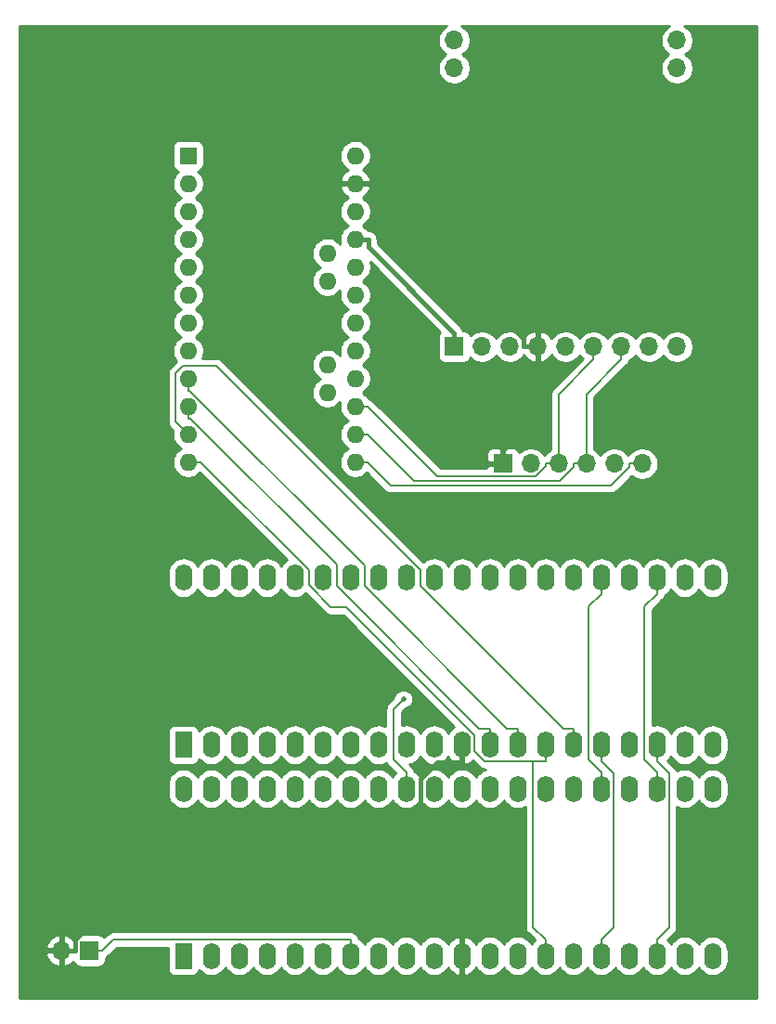
<source format=gbl>
G04 #@! TF.GenerationSoftware,KiCad,Pcbnew,(5.1.9)-1*
G04 #@! TF.CreationDate,2023-03-18T10:12:14+09:00*
G04 #@! TF.ProjectId,SMB80TE_SD,534d4238-3054-4455-9f53-442e6b696361,rev?*
G04 #@! TF.SameCoordinates,PX53920b0PY93c3260*
G04 #@! TF.FileFunction,Copper,L2,Bot*
G04 #@! TF.FilePolarity,Positive*
%FSLAX46Y46*%
G04 Gerber Fmt 4.6, Leading zero omitted, Abs format (unit mm)*
G04 Created by KiCad (PCBNEW (5.1.9)-1) date 2023-03-18 10:12:14*
%MOMM*%
%LPD*%
G01*
G04 APERTURE LIST*
G04 #@! TA.AperFunction,ComponentPad*
%ADD10R,1.700000X1.700000*%
G04 #@! TD*
G04 #@! TA.AperFunction,ComponentPad*
%ADD11O,1.700000X1.700000*%
G04 #@! TD*
G04 #@! TA.AperFunction,ComponentPad*
%ADD12R,1.600000X1.600000*%
G04 #@! TD*
G04 #@! TA.AperFunction,ComponentPad*
%ADD13O,1.600000X1.600000*%
G04 #@! TD*
G04 #@! TA.AperFunction,ComponentPad*
%ADD14O,1.600000X2.400000*%
G04 #@! TD*
G04 #@! TA.AperFunction,ComponentPad*
%ADD15R,1.600000X2.400000*%
G04 #@! TD*
G04 #@! TA.AperFunction,ViaPad*
%ADD16C,0.500000*%
G04 #@! TD*
G04 #@! TA.AperFunction,Conductor*
%ADD17C,0.400000*%
G04 #@! TD*
G04 #@! TA.AperFunction,Conductor*
%ADD18C,0.200000*%
G04 #@! TD*
G04 #@! TA.AperFunction,Conductor*
%ADD19C,0.254000*%
G04 #@! TD*
G04 #@! TA.AperFunction,Conductor*
%ADD20C,0.100000*%
G04 #@! TD*
G04 APERTURE END LIST*
D10*
X40270000Y60080000D03*
D11*
X42810000Y60080000D03*
X45350000Y60080000D03*
X47890000Y60080000D03*
X50430000Y60080000D03*
X52970000Y60080000D03*
X55510000Y60080000D03*
X58050000Y60080000D03*
X60590000Y60080000D03*
X60590000Y88020000D03*
X60590000Y85480000D03*
X40270000Y88020000D03*
X40270000Y85480000D03*
D12*
X16000000Y77500000D03*
D13*
X16000000Y74960000D03*
X16000000Y72420000D03*
X31240000Y49560000D03*
X16000000Y69880000D03*
X31240000Y52100000D03*
X16000000Y67340000D03*
X31240000Y54640000D03*
X16000000Y64800000D03*
X31240000Y57180000D03*
X16000000Y62260000D03*
X31240000Y59720000D03*
X16000000Y59720000D03*
X31240000Y62260000D03*
X16000000Y57180000D03*
X31240000Y64800000D03*
X16000000Y54640000D03*
X31240000Y67340000D03*
X16000000Y52100000D03*
X31240000Y69880000D03*
X16000000Y49560000D03*
X31240000Y72420000D03*
X31240000Y74960000D03*
X31240000Y77500000D03*
X28700000Y68610000D03*
X28700000Y66070000D03*
X28700000Y58450000D03*
X28700000Y55910000D03*
D10*
X44715000Y49412000D03*
D11*
X47255000Y49412000D03*
X49795000Y49412000D03*
X52335000Y49412000D03*
X54875000Y49412000D03*
X57415000Y49412000D03*
D14*
X15575000Y19765000D03*
X63835000Y4525000D03*
X18115000Y19765000D03*
X61295000Y4525000D03*
X20655000Y19765000D03*
X58755000Y4525000D03*
X23195000Y19765000D03*
X56215000Y4525000D03*
X25735000Y19765000D03*
X53675000Y4525000D03*
X28275000Y19765000D03*
X51135000Y4525000D03*
X30815000Y19765000D03*
X48595000Y4525000D03*
X33355000Y19765000D03*
X46055000Y4525000D03*
X35895000Y19765000D03*
X43515000Y4525000D03*
X38435000Y19765000D03*
X40975000Y4525000D03*
X40975000Y19765000D03*
X38435000Y4525000D03*
X43515000Y19765000D03*
X35895000Y4525000D03*
X46055000Y19765000D03*
X33355000Y4525000D03*
X48595000Y19765000D03*
X30815000Y4525000D03*
X51135000Y19765000D03*
X28275000Y4525000D03*
X53675000Y19765000D03*
X25735000Y4525000D03*
X56215000Y19765000D03*
X23195000Y4525000D03*
X58755000Y19765000D03*
X20655000Y4525000D03*
X61295000Y19765000D03*
X18115000Y4525000D03*
X63835000Y19765000D03*
D15*
X15575000Y4525000D03*
X15575000Y23775000D03*
D14*
X63835000Y39015000D03*
X18115000Y23775000D03*
X61295000Y39015000D03*
X20655000Y23775000D03*
X58755000Y39015000D03*
X23195000Y23775000D03*
X56215000Y39015000D03*
X25735000Y23775000D03*
X53675000Y39015000D03*
X28275000Y23775000D03*
X51135000Y39015000D03*
X30815000Y23775000D03*
X48595000Y39015000D03*
X33355000Y23775000D03*
X46055000Y39015000D03*
X35895000Y23775000D03*
X43515000Y39015000D03*
X38435000Y23775000D03*
X40975000Y39015000D03*
X40975000Y23775000D03*
X38435000Y39015000D03*
X43515000Y23775000D03*
X35895000Y39015000D03*
X46055000Y23775000D03*
X33355000Y39015000D03*
X48595000Y23775000D03*
X30815000Y39015000D03*
X51135000Y23775000D03*
X28275000Y39015000D03*
X53675000Y23775000D03*
X25735000Y39015000D03*
X56215000Y23775000D03*
X23195000Y39015000D03*
X58755000Y23775000D03*
X20655000Y39015000D03*
X61295000Y23775000D03*
X18115000Y39015000D03*
X63835000Y23775000D03*
X15575000Y39015000D03*
D10*
X7000000Y5000000D03*
D11*
X4460000Y5000000D03*
D16*
X35635100Y27935900D03*
D17*
X31240000Y69880000D02*
X32440300Y69880000D01*
X40270000Y60080000D02*
X40270000Y61330300D01*
X40270000Y61330300D02*
X32440300Y69160000D01*
X32440300Y69160000D02*
X32440300Y69880000D01*
X4460000Y5000000D02*
X5710300Y5000000D01*
X37215600Y9884700D02*
X37215600Y20652700D01*
X37215600Y20652700D02*
X38737600Y22174700D01*
X38737600Y22174700D02*
X40975000Y22174700D01*
X40975000Y6125300D02*
X37215600Y9884700D01*
X5710300Y5000000D02*
X5710300Y6015900D01*
X5710300Y6015900D02*
X9579100Y9884700D01*
X9579100Y9884700D02*
X37215600Y9884700D01*
X44715000Y49412000D02*
X44715000Y50662300D01*
X44715000Y50662300D02*
X47890000Y53837300D01*
X47890000Y53837300D02*
X47890000Y58829700D01*
X31240000Y74960000D02*
X32440300Y74960000D01*
X47890000Y60080000D02*
X46639700Y60080000D01*
X32440300Y74960000D02*
X46639700Y60760600D01*
X46639700Y60760600D02*
X46639700Y60080000D01*
X47890000Y60080000D02*
X47890000Y58829700D01*
X40975000Y23775000D02*
X40975000Y22174700D01*
X40975000Y4525000D02*
X40975000Y6125300D01*
D18*
X48644700Y49412000D02*
X48644700Y49173700D01*
X48644700Y49173700D02*
X47728700Y48257700D01*
X47728700Y48257700D02*
X38722600Y48257700D01*
X38722600Y48257700D02*
X32340300Y54640000D01*
X49795000Y49412000D02*
X48644700Y49412000D01*
X31240000Y54640000D02*
X32340300Y54640000D01*
X52970000Y60080000D02*
X52970000Y58929700D01*
X49795000Y49412000D02*
X49795000Y55754700D01*
X49795000Y55754700D02*
X52970000Y58929700D01*
X52335000Y49412000D02*
X51184700Y49412000D01*
X51184700Y49412000D02*
X51184700Y49124400D01*
X51184700Y49124400D02*
X49908900Y47848600D01*
X49908900Y47848600D02*
X36591700Y47848600D01*
X36591700Y47848600D02*
X32340300Y52100000D01*
X52335000Y49412000D02*
X52335000Y55754700D01*
X52335000Y55754700D02*
X55510000Y58929700D01*
X31240000Y52100000D02*
X32340300Y52100000D01*
X55510000Y60080000D02*
X55510000Y58929700D01*
X31240000Y49560000D02*
X32340300Y49560000D01*
X57415000Y49412000D02*
X56264700Y49412000D01*
X56264700Y49412000D02*
X56264700Y49124400D01*
X56264700Y49124400D02*
X54581100Y47440800D01*
X54581100Y47440800D02*
X34459500Y47440800D01*
X34459500Y47440800D02*
X32340300Y49560000D01*
X58755000Y4525000D02*
X58755000Y6025300D01*
X58755000Y23775000D02*
X58755000Y22274700D01*
X58755000Y22274700D02*
X59866100Y21163600D01*
X59866100Y21163600D02*
X59866100Y7136400D01*
X59866100Y7136400D02*
X58755000Y6025300D01*
X53675000Y4525000D02*
X53675000Y6025300D01*
X53675000Y23775000D02*
X53675000Y22274700D01*
X53675000Y22274700D02*
X54786100Y21163600D01*
X54786100Y21163600D02*
X54786100Y7136400D01*
X54786100Y7136400D02*
X53675000Y6025300D01*
X51135000Y23775000D02*
X51135000Y25275300D01*
X51135000Y25275300D02*
X50197300Y25275300D01*
X50197300Y25275300D02*
X37165000Y38307600D01*
X37165000Y38307600D02*
X37165000Y39714400D01*
X37165000Y39714400D02*
X18579800Y58299600D01*
X18579800Y58299600D02*
X15551200Y58299600D01*
X15551200Y58299600D02*
X14870000Y57618400D01*
X14870000Y57618400D02*
X14870000Y53230000D01*
X14870000Y53230000D02*
X16000000Y52100000D01*
X47483700Y22274700D02*
X43042500Y22274700D01*
X43042500Y22274700D02*
X42104200Y23213000D01*
X42104200Y23213000D02*
X42104200Y24657000D01*
X42104200Y24657000D02*
X30448900Y36312300D01*
X30448900Y36312300D02*
X29013600Y36312300D01*
X29013600Y36312300D02*
X27005000Y38320900D01*
X27005000Y38320900D02*
X27005000Y39703700D01*
X27005000Y39703700D02*
X17148700Y49560000D01*
X17148700Y49560000D02*
X16000000Y49560000D01*
X48595000Y22274700D02*
X47483700Y22274700D01*
X47483700Y22274700D02*
X47483700Y7136600D01*
X47483700Y7136600D02*
X48595000Y6025300D01*
X48595000Y4525000D02*
X48595000Y6025300D01*
X48595000Y23775000D02*
X48595000Y22274700D01*
X46055000Y23775000D02*
X46055000Y25275300D01*
X16000000Y57180000D02*
X16000000Y56079700D01*
X16000000Y56079700D02*
X16137500Y56079700D01*
X16137500Y56079700D02*
X32085000Y40132200D01*
X32085000Y40132200D02*
X32085000Y38267100D01*
X32085000Y38267100D02*
X45076800Y25275300D01*
X45076800Y25275300D02*
X46055000Y25275300D01*
X35895000Y19765000D02*
X35895000Y21265300D01*
X35635100Y27935900D02*
X34751400Y27052200D01*
X34751400Y27052200D02*
X34751400Y22408900D01*
X34751400Y22408900D02*
X35895000Y21265300D01*
X16000000Y54640000D02*
X16000000Y53539700D01*
X43515000Y25275300D02*
X42533700Y25275300D01*
X42533700Y25275300D02*
X29545000Y38264000D01*
X29545000Y38264000D02*
X29545000Y40222700D01*
X29545000Y40222700D02*
X16228000Y53539700D01*
X16228000Y53539700D02*
X16000000Y53539700D01*
X43515000Y23775000D02*
X43515000Y25275300D01*
X30815000Y4525000D02*
X30815000Y6025300D01*
X7000000Y5000000D02*
X8150300Y5000000D01*
X8150300Y5000000D02*
X9175600Y6025300D01*
X9175600Y6025300D02*
X30815000Y6025300D01*
X53675000Y19765000D02*
X53675000Y21265300D01*
X53675000Y39015000D02*
X53675000Y37514700D01*
X53675000Y37514700D02*
X52530000Y36369700D01*
X52530000Y36369700D02*
X52530000Y22410300D01*
X52530000Y22410300D02*
X53675000Y21265300D01*
X58755000Y19765000D02*
X58755000Y21265300D01*
X58755000Y39015000D02*
X58755000Y37514700D01*
X58755000Y37514700D02*
X57610000Y36369700D01*
X57610000Y36369700D02*
X57610000Y22410300D01*
X57610000Y22410300D02*
X58755000Y21265300D01*
D19*
X39566589Y89335990D02*
X39323368Y89173475D01*
X39116525Y88966632D01*
X38954010Y88723411D01*
X38842068Y88453158D01*
X38785000Y88166260D01*
X38785000Y87873740D01*
X38842068Y87586842D01*
X38954010Y87316589D01*
X39116525Y87073368D01*
X39323368Y86866525D01*
X39497760Y86750000D01*
X39323368Y86633475D01*
X39116525Y86426632D01*
X38954010Y86183411D01*
X38842068Y85913158D01*
X38785000Y85626260D01*
X38785000Y85333740D01*
X38842068Y85046842D01*
X38954010Y84776589D01*
X39116525Y84533368D01*
X39323368Y84326525D01*
X39566589Y84164010D01*
X39836842Y84052068D01*
X40123740Y83995000D01*
X40416260Y83995000D01*
X40703158Y84052068D01*
X40973411Y84164010D01*
X41216632Y84326525D01*
X41423475Y84533368D01*
X41585990Y84776589D01*
X41697932Y85046842D01*
X41755000Y85333740D01*
X41755000Y85626260D01*
X41697932Y85913158D01*
X41585990Y86183411D01*
X41423475Y86426632D01*
X41216632Y86633475D01*
X41042240Y86750000D01*
X41216632Y86866525D01*
X41423475Y87073368D01*
X41585990Y87316589D01*
X41697932Y87586842D01*
X41755000Y87873740D01*
X41755000Y88166260D01*
X41697932Y88453158D01*
X41585990Y88723411D01*
X41423475Y88966632D01*
X41216632Y89173475D01*
X40973411Y89335990D01*
X40963730Y89340000D01*
X59896270Y89340000D01*
X59886589Y89335990D01*
X59643368Y89173475D01*
X59436525Y88966632D01*
X59274010Y88723411D01*
X59162068Y88453158D01*
X59105000Y88166260D01*
X59105000Y87873740D01*
X59162068Y87586842D01*
X59274010Y87316589D01*
X59436525Y87073368D01*
X59643368Y86866525D01*
X59817760Y86750000D01*
X59643368Y86633475D01*
X59436525Y86426632D01*
X59274010Y86183411D01*
X59162068Y85913158D01*
X59105000Y85626260D01*
X59105000Y85333740D01*
X59162068Y85046842D01*
X59274010Y84776589D01*
X59436525Y84533368D01*
X59643368Y84326525D01*
X59886589Y84164010D01*
X60156842Y84052068D01*
X60443740Y83995000D01*
X60736260Y83995000D01*
X61023158Y84052068D01*
X61293411Y84164010D01*
X61536632Y84326525D01*
X61743475Y84533368D01*
X61905990Y84776589D01*
X62017932Y85046842D01*
X62075000Y85333740D01*
X62075000Y85626260D01*
X62017932Y85913158D01*
X61905990Y86183411D01*
X61743475Y86426632D01*
X61536632Y86633475D01*
X61362240Y86750000D01*
X61536632Y86866525D01*
X61743475Y87073368D01*
X61905990Y87316589D01*
X62017932Y87586842D01*
X62075000Y87873740D01*
X62075000Y88166260D01*
X62017932Y88453158D01*
X61905990Y88723411D01*
X61743475Y88966632D01*
X61536632Y89173475D01*
X61293411Y89335990D01*
X61283730Y89340000D01*
X67840001Y89340000D01*
X67840000Y660000D01*
X660000Y660000D01*
X660000Y4643109D01*
X3018519Y4643109D01*
X3115843Y4368748D01*
X3264822Y4118645D01*
X3459731Y3902412D01*
X3693080Y3728359D01*
X3955901Y3603175D01*
X4103110Y3558524D01*
X4333000Y3679845D01*
X4333000Y4873000D01*
X3139186Y4873000D01*
X3018519Y4643109D01*
X660000Y4643109D01*
X660000Y5356891D01*
X3018519Y5356891D01*
X3139186Y5127000D01*
X4333000Y5127000D01*
X4333000Y6320155D01*
X4587000Y6320155D01*
X4587000Y5127000D01*
X4607000Y5127000D01*
X4607000Y4873000D01*
X4587000Y4873000D01*
X4587000Y3679845D01*
X4816890Y3558524D01*
X4964099Y3603175D01*
X5226920Y3728359D01*
X5460269Y3902412D01*
X5536034Y3986466D01*
X5560498Y3905820D01*
X5619463Y3795506D01*
X5698815Y3698815D01*
X5795506Y3619463D01*
X5905820Y3560498D01*
X6025518Y3524188D01*
X6150000Y3511928D01*
X7850000Y3511928D01*
X7974482Y3524188D01*
X8094180Y3560498D01*
X8204494Y3619463D01*
X8301185Y3698815D01*
X8380537Y3795506D01*
X8439502Y3905820D01*
X8475812Y4025518D01*
X8488072Y4150000D01*
X8488072Y4347135D01*
X8560620Y4385913D01*
X8672538Y4477762D01*
X8695558Y4505812D01*
X9480047Y5290300D01*
X14136928Y5290300D01*
X14136928Y3325000D01*
X14149188Y3200518D01*
X14185498Y3080820D01*
X14244463Y2970506D01*
X14323815Y2873815D01*
X14420506Y2794463D01*
X14530820Y2735498D01*
X14650518Y2699188D01*
X14775000Y2686928D01*
X16375000Y2686928D01*
X16499482Y2699188D01*
X16619180Y2735498D01*
X16729494Y2794463D01*
X16826185Y2873815D01*
X16905537Y2970506D01*
X16964502Y3080820D01*
X17000812Y3200518D01*
X17002581Y3218483D01*
X17095393Y3105392D01*
X17313900Y2926068D01*
X17563193Y2792818D01*
X17833692Y2710764D01*
X18115000Y2683057D01*
X18396309Y2710764D01*
X18666808Y2792818D01*
X18916101Y2926068D01*
X19134608Y3105392D01*
X19313932Y3323899D01*
X19385000Y3456858D01*
X19456068Y3323899D01*
X19635393Y3105392D01*
X19853900Y2926068D01*
X20103193Y2792818D01*
X20373692Y2710764D01*
X20655000Y2683057D01*
X20936309Y2710764D01*
X21206808Y2792818D01*
X21456101Y2926068D01*
X21674608Y3105392D01*
X21853932Y3323899D01*
X21925000Y3456858D01*
X21996068Y3323899D01*
X22175393Y3105392D01*
X22393900Y2926068D01*
X22643193Y2792818D01*
X22913692Y2710764D01*
X23195000Y2683057D01*
X23476309Y2710764D01*
X23746808Y2792818D01*
X23996101Y2926068D01*
X24214608Y3105392D01*
X24393932Y3323899D01*
X24465000Y3456858D01*
X24536068Y3323899D01*
X24715393Y3105392D01*
X24933900Y2926068D01*
X25183193Y2792818D01*
X25453692Y2710764D01*
X25735000Y2683057D01*
X26016309Y2710764D01*
X26286808Y2792818D01*
X26536101Y2926068D01*
X26754608Y3105392D01*
X26933932Y3323899D01*
X27005000Y3456858D01*
X27076068Y3323899D01*
X27255393Y3105392D01*
X27473900Y2926068D01*
X27723193Y2792818D01*
X27993692Y2710764D01*
X28275000Y2683057D01*
X28556309Y2710764D01*
X28826808Y2792818D01*
X29076101Y2926068D01*
X29294608Y3105392D01*
X29473932Y3323899D01*
X29545000Y3456858D01*
X29616068Y3323899D01*
X29795393Y3105392D01*
X30013900Y2926068D01*
X30263193Y2792818D01*
X30533692Y2710764D01*
X30815000Y2683057D01*
X31096309Y2710764D01*
X31366808Y2792818D01*
X31616101Y2926068D01*
X31834608Y3105392D01*
X32013932Y3323899D01*
X32085000Y3456858D01*
X32156068Y3323899D01*
X32335393Y3105392D01*
X32553900Y2926068D01*
X32803193Y2792818D01*
X33073692Y2710764D01*
X33355000Y2683057D01*
X33636309Y2710764D01*
X33906808Y2792818D01*
X34156101Y2926068D01*
X34374608Y3105392D01*
X34553932Y3323899D01*
X34625000Y3456858D01*
X34696068Y3323899D01*
X34875393Y3105392D01*
X35093900Y2926068D01*
X35343193Y2792818D01*
X35613692Y2710764D01*
X35895000Y2683057D01*
X36176309Y2710764D01*
X36446808Y2792818D01*
X36696101Y2926068D01*
X36914608Y3105392D01*
X37093932Y3323899D01*
X37165000Y3456858D01*
X37236068Y3323899D01*
X37415393Y3105392D01*
X37633900Y2926068D01*
X37883193Y2792818D01*
X38153692Y2710764D01*
X38435000Y2683057D01*
X38716309Y2710764D01*
X38986808Y2792818D01*
X39236101Y2926068D01*
X39454608Y3105392D01*
X39633932Y3323899D01*
X39702265Y3451741D01*
X39852399Y3222161D01*
X40050105Y3020500D01*
X40283354Y2861285D01*
X40543182Y2750633D01*
X40625961Y2733096D01*
X40848000Y2855085D01*
X40848000Y4398000D01*
X40828000Y4398000D01*
X40828000Y4652000D01*
X40848000Y4652000D01*
X40848000Y6194915D01*
X40625961Y6316904D01*
X40543182Y6299367D01*
X40283354Y6188715D01*
X40050105Y6029500D01*
X39852399Y5827839D01*
X39702265Y5598259D01*
X39633932Y5726101D01*
X39454607Y5944608D01*
X39236100Y6123932D01*
X38986807Y6257182D01*
X38716308Y6339236D01*
X38435000Y6366943D01*
X38153691Y6339236D01*
X37883192Y6257182D01*
X37633899Y6123932D01*
X37415392Y5944607D01*
X37236068Y5726100D01*
X37165000Y5593142D01*
X37093932Y5726101D01*
X36914607Y5944608D01*
X36696100Y6123932D01*
X36446807Y6257182D01*
X36176308Y6339236D01*
X35895000Y6366943D01*
X35613691Y6339236D01*
X35343192Y6257182D01*
X35093899Y6123932D01*
X34875392Y5944607D01*
X34696068Y5726100D01*
X34625000Y5593142D01*
X34553932Y5726101D01*
X34374607Y5944608D01*
X34156100Y6123932D01*
X33906807Y6257182D01*
X33636308Y6339236D01*
X33355000Y6366943D01*
X33073691Y6339236D01*
X32803192Y6257182D01*
X32553899Y6123932D01*
X32335392Y5944607D01*
X32156068Y5726100D01*
X32085000Y5593142D01*
X32013932Y5726101D01*
X31834607Y5944608D01*
X31616100Y6123932D01*
X31539826Y6164701D01*
X31539365Y6169385D01*
X31497337Y6307933D01*
X31429087Y6435620D01*
X31337238Y6547538D01*
X31225320Y6639387D01*
X31097633Y6707637D01*
X30959085Y6749665D01*
X30851105Y6760300D01*
X30815000Y6763856D01*
X30778895Y6760300D01*
X9211696Y6760300D01*
X9175599Y6763855D01*
X9139502Y6760300D01*
X9139495Y6760300D01*
X9045732Y6751065D01*
X9031514Y6749665D01*
X8989486Y6736916D01*
X8892967Y6707637D01*
X8765280Y6639387D01*
X8653362Y6547538D01*
X8630347Y6519494D01*
X8351153Y6240299D01*
X8301185Y6301185D01*
X8204494Y6380537D01*
X8094180Y6439502D01*
X7974482Y6475812D01*
X7850000Y6488072D01*
X6150000Y6488072D01*
X6025518Y6475812D01*
X5905820Y6439502D01*
X5795506Y6380537D01*
X5698815Y6301185D01*
X5619463Y6204494D01*
X5560498Y6094180D01*
X5536034Y6013534D01*
X5460269Y6097588D01*
X5226920Y6271641D01*
X4964099Y6396825D01*
X4816890Y6441476D01*
X4587000Y6320155D01*
X4333000Y6320155D01*
X4103110Y6441476D01*
X3955901Y6396825D01*
X3693080Y6271641D01*
X3459731Y6097588D01*
X3264822Y5881355D01*
X3115843Y5631252D01*
X3018519Y5356891D01*
X660000Y5356891D01*
X660000Y57618400D01*
X14131444Y57618400D01*
X14135000Y57582295D01*
X14135001Y53266115D01*
X14131444Y53230000D01*
X14145635Y53085915D01*
X14187664Y52947367D01*
X14255914Y52819680D01*
X14347763Y52707762D01*
X14375808Y52684746D01*
X14607178Y52453376D01*
X14565000Y52241335D01*
X14565000Y51958665D01*
X14620147Y51681426D01*
X14728320Y51420273D01*
X14885363Y51185241D01*
X15085241Y50985363D01*
X15317759Y50830000D01*
X15085241Y50674637D01*
X14885363Y50474759D01*
X14728320Y50239727D01*
X14620147Y49978574D01*
X14565000Y49701335D01*
X14565000Y49418665D01*
X14620147Y49141426D01*
X14728320Y48880273D01*
X14885363Y48645241D01*
X15085241Y48445363D01*
X15320273Y48288320D01*
X15581426Y48180147D01*
X15858665Y48125000D01*
X16141335Y48125000D01*
X16418574Y48180147D01*
X16679727Y48288320D01*
X16914759Y48445363D01*
X17069325Y48599929D01*
X25013027Y40656227D01*
X24933899Y40613932D01*
X24715392Y40434607D01*
X24536068Y40216100D01*
X24465000Y40083142D01*
X24393932Y40216101D01*
X24214607Y40434608D01*
X23996100Y40613932D01*
X23746807Y40747182D01*
X23476308Y40829236D01*
X23195000Y40856943D01*
X22913691Y40829236D01*
X22643192Y40747182D01*
X22393899Y40613932D01*
X22175392Y40434607D01*
X21996068Y40216100D01*
X21925000Y40083142D01*
X21853932Y40216101D01*
X21674607Y40434608D01*
X21456100Y40613932D01*
X21206807Y40747182D01*
X20936308Y40829236D01*
X20655000Y40856943D01*
X20373691Y40829236D01*
X20103192Y40747182D01*
X19853899Y40613932D01*
X19635392Y40434607D01*
X19456068Y40216100D01*
X19385000Y40083142D01*
X19313932Y40216101D01*
X19134607Y40434608D01*
X18916100Y40613932D01*
X18666807Y40747182D01*
X18396308Y40829236D01*
X18115000Y40856943D01*
X17833691Y40829236D01*
X17563192Y40747182D01*
X17313899Y40613932D01*
X17095392Y40434607D01*
X16916068Y40216100D01*
X16845000Y40083142D01*
X16773932Y40216101D01*
X16594607Y40434608D01*
X16376100Y40613932D01*
X16126807Y40747182D01*
X15856308Y40829236D01*
X15575000Y40856943D01*
X15293691Y40829236D01*
X15023192Y40747182D01*
X14773899Y40613932D01*
X14555392Y40434607D01*
X14376068Y40216100D01*
X14242818Y39966807D01*
X14160764Y39696308D01*
X14140000Y39485491D01*
X14140000Y38544508D01*
X14160764Y38333691D01*
X14242818Y38063192D01*
X14376068Y37813899D01*
X14555393Y37595392D01*
X14773900Y37416068D01*
X15023193Y37282818D01*
X15293692Y37200764D01*
X15575000Y37173057D01*
X15856309Y37200764D01*
X16126808Y37282818D01*
X16376101Y37416068D01*
X16594608Y37595392D01*
X16773932Y37813899D01*
X16845000Y37946858D01*
X16916068Y37813899D01*
X17095393Y37595392D01*
X17313900Y37416068D01*
X17563193Y37282818D01*
X17833692Y37200764D01*
X18115000Y37173057D01*
X18396309Y37200764D01*
X18666808Y37282818D01*
X18916101Y37416068D01*
X19134608Y37595392D01*
X19313932Y37813899D01*
X19385000Y37946858D01*
X19456068Y37813899D01*
X19635393Y37595392D01*
X19853900Y37416068D01*
X20103193Y37282818D01*
X20373692Y37200764D01*
X20655000Y37173057D01*
X20936309Y37200764D01*
X21206808Y37282818D01*
X21456101Y37416068D01*
X21674608Y37595392D01*
X21853932Y37813899D01*
X21925000Y37946858D01*
X21996068Y37813899D01*
X22175393Y37595392D01*
X22393900Y37416068D01*
X22643193Y37282818D01*
X22913692Y37200764D01*
X23195000Y37173057D01*
X23476309Y37200764D01*
X23746808Y37282818D01*
X23996101Y37416068D01*
X24214608Y37595392D01*
X24393932Y37813899D01*
X24465000Y37946858D01*
X24536068Y37813899D01*
X24715393Y37595392D01*
X24933900Y37416068D01*
X25183193Y37282818D01*
X25453692Y37200764D01*
X25735000Y37173057D01*
X26016309Y37200764D01*
X26286808Y37282818D01*
X26536101Y37416068D01*
X26719706Y37566748D01*
X28468346Y35818107D01*
X28491362Y35790062D01*
X28603280Y35698213D01*
X28730967Y35629963D01*
X28869515Y35587935D01*
X28977495Y35577300D01*
X28977504Y35577300D01*
X29013599Y35573745D01*
X29049694Y35577300D01*
X30144454Y35577300D01*
X40283166Y25438587D01*
X40050105Y25279500D01*
X39852399Y25077839D01*
X39702265Y24848259D01*
X39633932Y24976101D01*
X39454607Y25194608D01*
X39236100Y25373932D01*
X38986807Y25507182D01*
X38716308Y25589236D01*
X38435000Y25616943D01*
X38153691Y25589236D01*
X37883192Y25507182D01*
X37633899Y25373932D01*
X37415392Y25194607D01*
X37236068Y24976100D01*
X37165000Y24843142D01*
X37093932Y24976101D01*
X36914607Y25194608D01*
X36696100Y25373932D01*
X36446807Y25507182D01*
X36176308Y25589236D01*
X35895000Y25616943D01*
X35613691Y25589236D01*
X35486400Y25550623D01*
X35486400Y26747754D01*
X35806253Y27067606D01*
X35893245Y27084910D01*
X36054305Y27151623D01*
X36199255Y27248476D01*
X36322524Y27371745D01*
X36419377Y27516695D01*
X36486090Y27677755D01*
X36520100Y27848735D01*
X36520100Y28023065D01*
X36486090Y28194045D01*
X36419377Y28355105D01*
X36322524Y28500055D01*
X36199255Y28623324D01*
X36054305Y28720177D01*
X35893245Y28786890D01*
X35722265Y28820900D01*
X35547935Y28820900D01*
X35376955Y28786890D01*
X35215895Y28720177D01*
X35070945Y28623324D01*
X34947676Y28500055D01*
X34850823Y28355105D01*
X34784110Y28194045D01*
X34766806Y28107053D01*
X34257208Y27597454D01*
X34229162Y27574437D01*
X34137313Y27462519D01*
X34069063Y27334832D01*
X34042867Y27248476D01*
X34027035Y27196285D01*
X34012844Y27052200D01*
X34016400Y27016095D01*
X34016400Y25448603D01*
X33906807Y25507182D01*
X33636308Y25589236D01*
X33355000Y25616943D01*
X33073691Y25589236D01*
X32803192Y25507182D01*
X32553899Y25373932D01*
X32335392Y25194607D01*
X32156068Y24976100D01*
X32085000Y24843142D01*
X32013932Y24976101D01*
X31834607Y25194608D01*
X31616100Y25373932D01*
X31366807Y25507182D01*
X31096308Y25589236D01*
X30815000Y25616943D01*
X30533691Y25589236D01*
X30263192Y25507182D01*
X30013899Y25373932D01*
X29795392Y25194607D01*
X29616068Y24976100D01*
X29545000Y24843142D01*
X29473932Y24976101D01*
X29294607Y25194608D01*
X29076100Y25373932D01*
X28826807Y25507182D01*
X28556308Y25589236D01*
X28275000Y25616943D01*
X27993691Y25589236D01*
X27723192Y25507182D01*
X27473899Y25373932D01*
X27255392Y25194607D01*
X27076068Y24976100D01*
X27005000Y24843142D01*
X26933932Y24976101D01*
X26754607Y25194608D01*
X26536100Y25373932D01*
X26286807Y25507182D01*
X26016308Y25589236D01*
X25735000Y25616943D01*
X25453691Y25589236D01*
X25183192Y25507182D01*
X24933899Y25373932D01*
X24715392Y25194607D01*
X24536068Y24976100D01*
X24465000Y24843142D01*
X24393932Y24976101D01*
X24214607Y25194608D01*
X23996100Y25373932D01*
X23746807Y25507182D01*
X23476308Y25589236D01*
X23195000Y25616943D01*
X22913691Y25589236D01*
X22643192Y25507182D01*
X22393899Y25373932D01*
X22175392Y25194607D01*
X21996068Y24976100D01*
X21925000Y24843142D01*
X21853932Y24976101D01*
X21674607Y25194608D01*
X21456100Y25373932D01*
X21206807Y25507182D01*
X20936308Y25589236D01*
X20655000Y25616943D01*
X20373691Y25589236D01*
X20103192Y25507182D01*
X19853899Y25373932D01*
X19635392Y25194607D01*
X19456068Y24976100D01*
X19385000Y24843142D01*
X19313932Y24976101D01*
X19134607Y25194608D01*
X18916100Y25373932D01*
X18666807Y25507182D01*
X18396308Y25589236D01*
X18115000Y25616943D01*
X17833691Y25589236D01*
X17563192Y25507182D01*
X17313899Y25373932D01*
X17095392Y25194607D01*
X17002581Y25081517D01*
X17000812Y25099482D01*
X16964502Y25219180D01*
X16905537Y25329494D01*
X16826185Y25426185D01*
X16729494Y25505537D01*
X16619180Y25564502D01*
X16499482Y25600812D01*
X16375000Y25613072D01*
X14775000Y25613072D01*
X14650518Y25600812D01*
X14530820Y25564502D01*
X14420506Y25505537D01*
X14323815Y25426185D01*
X14244463Y25329494D01*
X14185498Y25219180D01*
X14149188Y25099482D01*
X14136928Y24975000D01*
X14136928Y22575000D01*
X14149188Y22450518D01*
X14185498Y22330820D01*
X14244463Y22220506D01*
X14323815Y22123815D01*
X14420506Y22044463D01*
X14530820Y21985498D01*
X14650518Y21949188D01*
X14775000Y21936928D01*
X16375000Y21936928D01*
X16499482Y21949188D01*
X16619180Y21985498D01*
X16729494Y22044463D01*
X16826185Y22123815D01*
X16905537Y22220506D01*
X16964502Y22330820D01*
X17000812Y22450518D01*
X17002581Y22468483D01*
X17095393Y22355392D01*
X17313900Y22176068D01*
X17563193Y22042818D01*
X17833692Y21960764D01*
X18115000Y21933057D01*
X18396309Y21960764D01*
X18666808Y22042818D01*
X18916101Y22176068D01*
X19134608Y22355392D01*
X19313932Y22573899D01*
X19385000Y22706858D01*
X19456068Y22573899D01*
X19635393Y22355392D01*
X19853900Y22176068D01*
X20103193Y22042818D01*
X20373692Y21960764D01*
X20655000Y21933057D01*
X20936309Y21960764D01*
X21206808Y22042818D01*
X21456101Y22176068D01*
X21674608Y22355392D01*
X21853932Y22573899D01*
X21925000Y22706858D01*
X21996068Y22573899D01*
X22175393Y22355392D01*
X22393900Y22176068D01*
X22643193Y22042818D01*
X22913692Y21960764D01*
X23195000Y21933057D01*
X23476309Y21960764D01*
X23746808Y22042818D01*
X23996101Y22176068D01*
X24214608Y22355392D01*
X24393932Y22573899D01*
X24465000Y22706858D01*
X24536068Y22573899D01*
X24715393Y22355392D01*
X24933900Y22176068D01*
X25183193Y22042818D01*
X25453692Y21960764D01*
X25735000Y21933057D01*
X26016309Y21960764D01*
X26286808Y22042818D01*
X26536101Y22176068D01*
X26754608Y22355392D01*
X26933932Y22573899D01*
X27005000Y22706858D01*
X27076068Y22573899D01*
X27255393Y22355392D01*
X27473900Y22176068D01*
X27723193Y22042818D01*
X27993692Y21960764D01*
X28275000Y21933057D01*
X28556309Y21960764D01*
X28826808Y22042818D01*
X29076101Y22176068D01*
X29294608Y22355392D01*
X29473932Y22573899D01*
X29545000Y22706858D01*
X29616068Y22573899D01*
X29795393Y22355392D01*
X30013900Y22176068D01*
X30263193Y22042818D01*
X30533692Y21960764D01*
X30815000Y21933057D01*
X31096309Y21960764D01*
X31366808Y22042818D01*
X31616101Y22176068D01*
X31834608Y22355392D01*
X32013932Y22573899D01*
X32085000Y22706858D01*
X32156068Y22573899D01*
X32335393Y22355392D01*
X32553900Y22176068D01*
X32803193Y22042818D01*
X33073692Y21960764D01*
X33355000Y21933057D01*
X33636309Y21960764D01*
X33906808Y22042818D01*
X34068208Y22129088D01*
X34069064Y22126267D01*
X34137314Y21998580D01*
X34229163Y21886662D01*
X34257208Y21863646D01*
X34908816Y21212037D01*
X34875392Y21184607D01*
X34696068Y20966100D01*
X34625000Y20833142D01*
X34553932Y20966101D01*
X34374607Y21184608D01*
X34156100Y21363932D01*
X33906807Y21497182D01*
X33636308Y21579236D01*
X33355000Y21606943D01*
X33073691Y21579236D01*
X32803192Y21497182D01*
X32553899Y21363932D01*
X32335392Y21184607D01*
X32156068Y20966100D01*
X32085000Y20833142D01*
X32013932Y20966101D01*
X31834607Y21184608D01*
X31616100Y21363932D01*
X31366807Y21497182D01*
X31096308Y21579236D01*
X30815000Y21606943D01*
X30533691Y21579236D01*
X30263192Y21497182D01*
X30013899Y21363932D01*
X29795392Y21184607D01*
X29616068Y20966100D01*
X29545000Y20833142D01*
X29473932Y20966101D01*
X29294607Y21184608D01*
X29076100Y21363932D01*
X28826807Y21497182D01*
X28556308Y21579236D01*
X28275000Y21606943D01*
X27993691Y21579236D01*
X27723192Y21497182D01*
X27473899Y21363932D01*
X27255392Y21184607D01*
X27076068Y20966100D01*
X27005000Y20833142D01*
X26933932Y20966101D01*
X26754607Y21184608D01*
X26536100Y21363932D01*
X26286807Y21497182D01*
X26016308Y21579236D01*
X25735000Y21606943D01*
X25453691Y21579236D01*
X25183192Y21497182D01*
X24933899Y21363932D01*
X24715392Y21184607D01*
X24536068Y20966100D01*
X24465000Y20833142D01*
X24393932Y20966101D01*
X24214607Y21184608D01*
X23996100Y21363932D01*
X23746807Y21497182D01*
X23476308Y21579236D01*
X23195000Y21606943D01*
X22913691Y21579236D01*
X22643192Y21497182D01*
X22393899Y21363932D01*
X22175392Y21184607D01*
X21996068Y20966100D01*
X21925000Y20833142D01*
X21853932Y20966101D01*
X21674607Y21184608D01*
X21456100Y21363932D01*
X21206807Y21497182D01*
X20936308Y21579236D01*
X20655000Y21606943D01*
X20373691Y21579236D01*
X20103192Y21497182D01*
X19853899Y21363932D01*
X19635392Y21184607D01*
X19456068Y20966100D01*
X19385000Y20833142D01*
X19313932Y20966101D01*
X19134607Y21184608D01*
X18916100Y21363932D01*
X18666807Y21497182D01*
X18396308Y21579236D01*
X18115000Y21606943D01*
X17833691Y21579236D01*
X17563192Y21497182D01*
X17313899Y21363932D01*
X17095392Y21184607D01*
X16916068Y20966100D01*
X16845000Y20833142D01*
X16773932Y20966101D01*
X16594607Y21184608D01*
X16376100Y21363932D01*
X16126807Y21497182D01*
X15856308Y21579236D01*
X15575000Y21606943D01*
X15293691Y21579236D01*
X15023192Y21497182D01*
X14773899Y21363932D01*
X14555392Y21184607D01*
X14376068Y20966100D01*
X14242818Y20716807D01*
X14160764Y20446308D01*
X14140000Y20235491D01*
X14140000Y19294508D01*
X14160764Y19083691D01*
X14242818Y18813192D01*
X14376068Y18563899D01*
X14555393Y18345392D01*
X14773900Y18166068D01*
X15023193Y18032818D01*
X15293692Y17950764D01*
X15575000Y17923057D01*
X15856309Y17950764D01*
X16126808Y18032818D01*
X16376101Y18166068D01*
X16594608Y18345392D01*
X16773932Y18563899D01*
X16845000Y18696858D01*
X16916068Y18563899D01*
X17095393Y18345392D01*
X17313900Y18166068D01*
X17563193Y18032818D01*
X17833692Y17950764D01*
X18115000Y17923057D01*
X18396309Y17950764D01*
X18666808Y18032818D01*
X18916101Y18166068D01*
X19134608Y18345392D01*
X19313932Y18563899D01*
X19385000Y18696858D01*
X19456068Y18563899D01*
X19635393Y18345392D01*
X19853900Y18166068D01*
X20103193Y18032818D01*
X20373692Y17950764D01*
X20655000Y17923057D01*
X20936309Y17950764D01*
X21206808Y18032818D01*
X21456101Y18166068D01*
X21674608Y18345392D01*
X21853932Y18563899D01*
X21925000Y18696858D01*
X21996068Y18563899D01*
X22175393Y18345392D01*
X22393900Y18166068D01*
X22643193Y18032818D01*
X22913692Y17950764D01*
X23195000Y17923057D01*
X23476309Y17950764D01*
X23746808Y18032818D01*
X23996101Y18166068D01*
X24214608Y18345392D01*
X24393932Y18563899D01*
X24465000Y18696858D01*
X24536068Y18563899D01*
X24715393Y18345392D01*
X24933900Y18166068D01*
X25183193Y18032818D01*
X25453692Y17950764D01*
X25735000Y17923057D01*
X26016309Y17950764D01*
X26286808Y18032818D01*
X26536101Y18166068D01*
X26754608Y18345392D01*
X26933932Y18563899D01*
X27005000Y18696858D01*
X27076068Y18563899D01*
X27255393Y18345392D01*
X27473900Y18166068D01*
X27723193Y18032818D01*
X27993692Y17950764D01*
X28275000Y17923057D01*
X28556309Y17950764D01*
X28826808Y18032818D01*
X29076101Y18166068D01*
X29294608Y18345392D01*
X29473932Y18563899D01*
X29545000Y18696858D01*
X29616068Y18563899D01*
X29795393Y18345392D01*
X30013900Y18166068D01*
X30263193Y18032818D01*
X30533692Y17950764D01*
X30815000Y17923057D01*
X31096309Y17950764D01*
X31366808Y18032818D01*
X31616101Y18166068D01*
X31834608Y18345392D01*
X32013932Y18563899D01*
X32085000Y18696858D01*
X32156068Y18563899D01*
X32335393Y18345392D01*
X32553900Y18166068D01*
X32803193Y18032818D01*
X33073692Y17950764D01*
X33355000Y17923057D01*
X33636309Y17950764D01*
X33906808Y18032818D01*
X34156101Y18166068D01*
X34374608Y18345392D01*
X34553932Y18563899D01*
X34625000Y18696858D01*
X34696068Y18563899D01*
X34875393Y18345392D01*
X35093900Y18166068D01*
X35343193Y18032818D01*
X35613692Y17950764D01*
X35895000Y17923057D01*
X36176309Y17950764D01*
X36446808Y18032818D01*
X36696101Y18166068D01*
X36914608Y18345392D01*
X37093932Y18563899D01*
X37165000Y18696858D01*
X37236068Y18563899D01*
X37415393Y18345392D01*
X37633900Y18166068D01*
X37883193Y18032818D01*
X38153692Y17950764D01*
X38435000Y17923057D01*
X38716309Y17950764D01*
X38986808Y18032818D01*
X39236101Y18166068D01*
X39454608Y18345392D01*
X39633932Y18563899D01*
X39705000Y18696858D01*
X39776068Y18563899D01*
X39955393Y18345392D01*
X40173900Y18166068D01*
X40423193Y18032818D01*
X40693692Y17950764D01*
X40975000Y17923057D01*
X41256309Y17950764D01*
X41526808Y18032818D01*
X41776101Y18166068D01*
X41994608Y18345392D01*
X42173932Y18563899D01*
X42245000Y18696858D01*
X42316068Y18563899D01*
X42495393Y18345392D01*
X42713900Y18166068D01*
X42963193Y18032818D01*
X43233692Y17950764D01*
X43515000Y17923057D01*
X43796309Y17950764D01*
X44066808Y18032818D01*
X44316101Y18166068D01*
X44534608Y18345392D01*
X44713932Y18563899D01*
X44785000Y18696858D01*
X44856068Y18563899D01*
X45035393Y18345392D01*
X45253900Y18166068D01*
X45503193Y18032818D01*
X45773692Y17950764D01*
X46055000Y17923057D01*
X46336309Y17950764D01*
X46606808Y18032818D01*
X46748700Y18108661D01*
X46748701Y7172715D01*
X46745144Y7136600D01*
X46759335Y6992515D01*
X46801364Y6853967D01*
X46869614Y6726280D01*
X46961463Y6614362D01*
X46989508Y6591346D01*
X47608816Y5972037D01*
X47575392Y5944607D01*
X47396068Y5726100D01*
X47325000Y5593142D01*
X47253932Y5726101D01*
X47074607Y5944608D01*
X46856100Y6123932D01*
X46606807Y6257182D01*
X46336308Y6339236D01*
X46055000Y6366943D01*
X45773691Y6339236D01*
X45503192Y6257182D01*
X45253899Y6123932D01*
X45035392Y5944607D01*
X44856068Y5726100D01*
X44785000Y5593142D01*
X44713932Y5726101D01*
X44534607Y5944608D01*
X44316100Y6123932D01*
X44066807Y6257182D01*
X43796308Y6339236D01*
X43515000Y6366943D01*
X43233691Y6339236D01*
X42963192Y6257182D01*
X42713899Y6123932D01*
X42495392Y5944607D01*
X42316068Y5726100D01*
X42247735Y5598258D01*
X42097601Y5827839D01*
X41899895Y6029500D01*
X41666646Y6188715D01*
X41406818Y6299367D01*
X41324039Y6316904D01*
X41102000Y6194915D01*
X41102000Y4652000D01*
X41122000Y4652000D01*
X41122000Y4398000D01*
X41102000Y4398000D01*
X41102000Y2855085D01*
X41324039Y2733096D01*
X41406818Y2750633D01*
X41666646Y2861285D01*
X41899895Y3020500D01*
X42097601Y3222161D01*
X42247735Y3451741D01*
X42316068Y3323899D01*
X42495393Y3105392D01*
X42713900Y2926068D01*
X42963193Y2792818D01*
X43233692Y2710764D01*
X43515000Y2683057D01*
X43796309Y2710764D01*
X44066808Y2792818D01*
X44316101Y2926068D01*
X44534608Y3105392D01*
X44713932Y3323899D01*
X44785000Y3456858D01*
X44856068Y3323899D01*
X45035393Y3105392D01*
X45253900Y2926068D01*
X45503193Y2792818D01*
X45773692Y2710764D01*
X46055000Y2683057D01*
X46336309Y2710764D01*
X46606808Y2792818D01*
X46856101Y2926068D01*
X47074608Y3105392D01*
X47253932Y3323899D01*
X47325000Y3456858D01*
X47396068Y3323899D01*
X47575393Y3105392D01*
X47793900Y2926068D01*
X48043193Y2792818D01*
X48313692Y2710764D01*
X48595000Y2683057D01*
X48876309Y2710764D01*
X49146808Y2792818D01*
X49396101Y2926068D01*
X49614608Y3105392D01*
X49793932Y3323899D01*
X49865000Y3456858D01*
X49936068Y3323899D01*
X50115393Y3105392D01*
X50333900Y2926068D01*
X50583193Y2792818D01*
X50853692Y2710764D01*
X51135000Y2683057D01*
X51416309Y2710764D01*
X51686808Y2792818D01*
X51936101Y2926068D01*
X52154608Y3105392D01*
X52333932Y3323899D01*
X52405000Y3456858D01*
X52476068Y3323899D01*
X52655393Y3105392D01*
X52873900Y2926068D01*
X53123193Y2792818D01*
X53393692Y2710764D01*
X53675000Y2683057D01*
X53956309Y2710764D01*
X54226808Y2792818D01*
X54476101Y2926068D01*
X54694608Y3105392D01*
X54873932Y3323899D01*
X54945000Y3456858D01*
X55016068Y3323899D01*
X55195393Y3105392D01*
X55413900Y2926068D01*
X55663193Y2792818D01*
X55933692Y2710764D01*
X56215000Y2683057D01*
X56496309Y2710764D01*
X56766808Y2792818D01*
X57016101Y2926068D01*
X57234608Y3105392D01*
X57413932Y3323899D01*
X57485000Y3456858D01*
X57556068Y3323899D01*
X57735393Y3105392D01*
X57953900Y2926068D01*
X58203193Y2792818D01*
X58473692Y2710764D01*
X58755000Y2683057D01*
X59036309Y2710764D01*
X59306808Y2792818D01*
X59556101Y2926068D01*
X59774608Y3105392D01*
X59953932Y3323899D01*
X60025000Y3456858D01*
X60096068Y3323899D01*
X60275393Y3105392D01*
X60493900Y2926068D01*
X60743193Y2792818D01*
X61013692Y2710764D01*
X61295000Y2683057D01*
X61576309Y2710764D01*
X61846808Y2792818D01*
X62096101Y2926068D01*
X62314608Y3105392D01*
X62493932Y3323899D01*
X62565000Y3456858D01*
X62636068Y3323899D01*
X62815393Y3105392D01*
X63033900Y2926068D01*
X63283193Y2792818D01*
X63553692Y2710764D01*
X63835000Y2683057D01*
X64116309Y2710764D01*
X64386808Y2792818D01*
X64636101Y2926068D01*
X64854608Y3105392D01*
X65033932Y3323899D01*
X65167182Y3573192D01*
X65249236Y3843691D01*
X65270000Y4054509D01*
X65270000Y4995492D01*
X65249236Y5206309D01*
X65167182Y5476808D01*
X65033932Y5726101D01*
X64854607Y5944608D01*
X64636100Y6123932D01*
X64386807Y6257182D01*
X64116308Y6339236D01*
X63835000Y6366943D01*
X63553691Y6339236D01*
X63283192Y6257182D01*
X63033899Y6123932D01*
X62815392Y5944607D01*
X62636068Y5726100D01*
X62565000Y5593142D01*
X62493932Y5726101D01*
X62314607Y5944608D01*
X62096100Y6123932D01*
X61846807Y6257182D01*
X61576308Y6339236D01*
X61295000Y6366943D01*
X61013691Y6339236D01*
X60743192Y6257182D01*
X60493899Y6123932D01*
X60275392Y5944607D01*
X60096068Y5726100D01*
X60025000Y5593142D01*
X59953932Y5726101D01*
X59774607Y5944608D01*
X59741184Y5972038D01*
X60360293Y6591146D01*
X60388338Y6614162D01*
X60480187Y6726080D01*
X60480294Y6726281D01*
X60548437Y6853766D01*
X60590465Y6992315D01*
X60604656Y7136400D01*
X60601100Y7172505D01*
X60601100Y18108768D01*
X60743193Y18032818D01*
X61013692Y17950764D01*
X61295000Y17923057D01*
X61576309Y17950764D01*
X61846808Y18032818D01*
X62096101Y18166068D01*
X62314608Y18345392D01*
X62493932Y18563899D01*
X62565000Y18696858D01*
X62636068Y18563899D01*
X62815393Y18345392D01*
X63033900Y18166068D01*
X63283193Y18032818D01*
X63553692Y17950764D01*
X63835000Y17923057D01*
X64116309Y17950764D01*
X64386808Y18032818D01*
X64636101Y18166068D01*
X64854608Y18345392D01*
X65033932Y18563899D01*
X65167182Y18813192D01*
X65249236Y19083691D01*
X65270000Y19294509D01*
X65270000Y20235492D01*
X65249236Y20446309D01*
X65167182Y20716808D01*
X65033932Y20966101D01*
X64854607Y21184608D01*
X64636100Y21363932D01*
X64386807Y21497182D01*
X64116308Y21579236D01*
X63835000Y21606943D01*
X63553691Y21579236D01*
X63283192Y21497182D01*
X63033899Y21363932D01*
X62815392Y21184607D01*
X62636068Y20966100D01*
X62565000Y20833142D01*
X62493932Y20966101D01*
X62314607Y21184608D01*
X62096100Y21363932D01*
X61846807Y21497182D01*
X61576308Y21579236D01*
X61295000Y21606943D01*
X61013691Y21579236D01*
X60743192Y21497182D01*
X60562311Y21400499D01*
X60548437Y21446234D01*
X60480187Y21573920D01*
X60411353Y21657794D01*
X60411350Y21657797D01*
X60388337Y21685838D01*
X60360297Y21708850D01*
X59741184Y22327962D01*
X59774608Y22355392D01*
X59953932Y22573899D01*
X60025000Y22706858D01*
X60096068Y22573899D01*
X60275393Y22355392D01*
X60493900Y22176068D01*
X60743193Y22042818D01*
X61013692Y21960764D01*
X61295000Y21933057D01*
X61576309Y21960764D01*
X61846808Y22042818D01*
X62096101Y22176068D01*
X62314608Y22355392D01*
X62493932Y22573899D01*
X62565000Y22706858D01*
X62636068Y22573899D01*
X62815393Y22355392D01*
X63033900Y22176068D01*
X63283193Y22042818D01*
X63553692Y21960764D01*
X63835000Y21933057D01*
X64116309Y21960764D01*
X64386808Y22042818D01*
X64636101Y22176068D01*
X64854608Y22355392D01*
X65033932Y22573899D01*
X65167182Y22823192D01*
X65249236Y23093691D01*
X65270000Y23304509D01*
X65270000Y24245492D01*
X65249236Y24456309D01*
X65167182Y24726808D01*
X65033932Y24976101D01*
X64854607Y25194608D01*
X64636100Y25373932D01*
X64386807Y25507182D01*
X64116308Y25589236D01*
X63835000Y25616943D01*
X63553691Y25589236D01*
X63283192Y25507182D01*
X63033899Y25373932D01*
X62815392Y25194607D01*
X62636068Y24976100D01*
X62565000Y24843142D01*
X62493932Y24976101D01*
X62314607Y25194608D01*
X62096100Y25373932D01*
X61846807Y25507182D01*
X61576308Y25589236D01*
X61295000Y25616943D01*
X61013691Y25589236D01*
X60743192Y25507182D01*
X60493899Y25373932D01*
X60275392Y25194607D01*
X60096068Y24976100D01*
X60025000Y24843142D01*
X59953932Y24976101D01*
X59774607Y25194608D01*
X59556100Y25373932D01*
X59306807Y25507182D01*
X59036308Y25589236D01*
X58755000Y25616943D01*
X58473691Y25589236D01*
X58345000Y25550198D01*
X58345000Y36065254D01*
X59249193Y36969446D01*
X59277238Y36992462D01*
X59369087Y37104380D01*
X59405796Y37173057D01*
X59437337Y37232066D01*
X59479365Y37370615D01*
X59479826Y37375298D01*
X59556101Y37416068D01*
X59774608Y37595392D01*
X59953932Y37813899D01*
X60025000Y37946858D01*
X60096068Y37813899D01*
X60275393Y37595392D01*
X60493900Y37416068D01*
X60743193Y37282818D01*
X61013692Y37200764D01*
X61295000Y37173057D01*
X61576309Y37200764D01*
X61846808Y37282818D01*
X62096101Y37416068D01*
X62314608Y37595392D01*
X62493932Y37813899D01*
X62565000Y37946858D01*
X62636068Y37813899D01*
X62815393Y37595392D01*
X63033900Y37416068D01*
X63283193Y37282818D01*
X63553692Y37200764D01*
X63835000Y37173057D01*
X64116309Y37200764D01*
X64386808Y37282818D01*
X64636101Y37416068D01*
X64854608Y37595392D01*
X65033932Y37813899D01*
X65167182Y38063192D01*
X65249236Y38333691D01*
X65270000Y38544509D01*
X65270000Y39485492D01*
X65249236Y39696309D01*
X65167182Y39966808D01*
X65033932Y40216101D01*
X64854607Y40434608D01*
X64636100Y40613932D01*
X64386807Y40747182D01*
X64116308Y40829236D01*
X63835000Y40856943D01*
X63553691Y40829236D01*
X63283192Y40747182D01*
X63033899Y40613932D01*
X62815392Y40434607D01*
X62636068Y40216100D01*
X62565000Y40083142D01*
X62493932Y40216101D01*
X62314607Y40434608D01*
X62096100Y40613932D01*
X61846807Y40747182D01*
X61576308Y40829236D01*
X61295000Y40856943D01*
X61013691Y40829236D01*
X60743192Y40747182D01*
X60493899Y40613932D01*
X60275392Y40434607D01*
X60096068Y40216100D01*
X60025000Y40083142D01*
X59953932Y40216101D01*
X59774607Y40434608D01*
X59556100Y40613932D01*
X59306807Y40747182D01*
X59036308Y40829236D01*
X58755000Y40856943D01*
X58473691Y40829236D01*
X58203192Y40747182D01*
X57953899Y40613932D01*
X57735392Y40434607D01*
X57556068Y40216100D01*
X57485000Y40083142D01*
X57413932Y40216101D01*
X57234607Y40434608D01*
X57016100Y40613932D01*
X56766807Y40747182D01*
X56496308Y40829236D01*
X56215000Y40856943D01*
X55933691Y40829236D01*
X55663192Y40747182D01*
X55413899Y40613932D01*
X55195392Y40434607D01*
X55016068Y40216100D01*
X54945000Y40083142D01*
X54873932Y40216101D01*
X54694607Y40434608D01*
X54476100Y40613932D01*
X54226807Y40747182D01*
X53956308Y40829236D01*
X53675000Y40856943D01*
X53393691Y40829236D01*
X53123192Y40747182D01*
X52873899Y40613932D01*
X52655392Y40434607D01*
X52476068Y40216100D01*
X52405000Y40083142D01*
X52333932Y40216101D01*
X52154607Y40434608D01*
X51936100Y40613932D01*
X51686807Y40747182D01*
X51416308Y40829236D01*
X51135000Y40856943D01*
X50853691Y40829236D01*
X50583192Y40747182D01*
X50333899Y40613932D01*
X50115392Y40434607D01*
X49936068Y40216100D01*
X49865000Y40083142D01*
X49793932Y40216101D01*
X49614607Y40434608D01*
X49396100Y40613932D01*
X49146807Y40747182D01*
X48876308Y40829236D01*
X48595000Y40856943D01*
X48313691Y40829236D01*
X48043192Y40747182D01*
X47793899Y40613932D01*
X47575392Y40434607D01*
X47396068Y40216100D01*
X47325000Y40083142D01*
X47253932Y40216101D01*
X47074607Y40434608D01*
X46856100Y40613932D01*
X46606807Y40747182D01*
X46336308Y40829236D01*
X46055000Y40856943D01*
X45773691Y40829236D01*
X45503192Y40747182D01*
X45253899Y40613932D01*
X45035392Y40434607D01*
X44856068Y40216100D01*
X44785000Y40083142D01*
X44713932Y40216101D01*
X44534607Y40434608D01*
X44316100Y40613932D01*
X44066807Y40747182D01*
X43796308Y40829236D01*
X43515000Y40856943D01*
X43233691Y40829236D01*
X42963192Y40747182D01*
X42713899Y40613932D01*
X42495392Y40434607D01*
X42316068Y40216100D01*
X42245000Y40083142D01*
X42173932Y40216101D01*
X41994607Y40434608D01*
X41776100Y40613932D01*
X41526807Y40747182D01*
X41256308Y40829236D01*
X40975000Y40856943D01*
X40693691Y40829236D01*
X40423192Y40747182D01*
X40173899Y40613932D01*
X39955392Y40434607D01*
X39776068Y40216100D01*
X39705000Y40083142D01*
X39633932Y40216101D01*
X39454607Y40434608D01*
X39236100Y40613932D01*
X38986807Y40747182D01*
X38716308Y40829236D01*
X38435000Y40856943D01*
X38153691Y40829236D01*
X37883192Y40747182D01*
X37633899Y40613932D01*
X37453206Y40465641D01*
X19125059Y58793787D01*
X19102038Y58821838D01*
X18990120Y58913687D01*
X18862433Y58981937D01*
X18723885Y59023965D01*
X18615905Y59034600D01*
X18579800Y59038156D01*
X18543695Y59034600D01*
X17267889Y59034600D01*
X17271680Y59040273D01*
X17379853Y59301426D01*
X17435000Y59578665D01*
X17435000Y59861335D01*
X17379853Y60138574D01*
X17271680Y60399727D01*
X17114637Y60634759D01*
X16914759Y60834637D01*
X16682241Y60990000D01*
X16914759Y61145363D01*
X17114637Y61345241D01*
X17271680Y61580273D01*
X17379853Y61841426D01*
X17435000Y62118665D01*
X17435000Y62401335D01*
X17379853Y62678574D01*
X17271680Y62939727D01*
X17114637Y63174759D01*
X16914759Y63374637D01*
X16682241Y63530000D01*
X16914759Y63685363D01*
X17114637Y63885241D01*
X17271680Y64120273D01*
X17379853Y64381426D01*
X17435000Y64658665D01*
X17435000Y64941335D01*
X17379853Y65218574D01*
X17271680Y65479727D01*
X17114637Y65714759D01*
X16914759Y65914637D01*
X16682241Y66070000D01*
X16914759Y66225363D01*
X17114637Y66425241D01*
X17271680Y66660273D01*
X17379853Y66921426D01*
X17435000Y67198665D01*
X17435000Y67481335D01*
X17379853Y67758574D01*
X17271680Y68019727D01*
X17114637Y68254759D01*
X16914759Y68454637D01*
X16682241Y68610000D01*
X16893764Y68751335D01*
X27265000Y68751335D01*
X27265000Y68468665D01*
X27320147Y68191426D01*
X27428320Y67930273D01*
X27585363Y67695241D01*
X27785241Y67495363D01*
X28017759Y67340000D01*
X27785241Y67184637D01*
X27585363Y66984759D01*
X27428320Y66749727D01*
X27320147Y66488574D01*
X27265000Y66211335D01*
X27265000Y65928665D01*
X27320147Y65651426D01*
X27428320Y65390273D01*
X27585363Y65155241D01*
X27785241Y64955363D01*
X28020273Y64798320D01*
X28281426Y64690147D01*
X28558665Y64635000D01*
X28841335Y64635000D01*
X29118574Y64690147D01*
X29379727Y64798320D01*
X29614759Y64955363D01*
X29814637Y65155241D01*
X29865354Y65231144D01*
X29860147Y65218574D01*
X29805000Y64941335D01*
X29805000Y64658665D01*
X29860147Y64381426D01*
X29968320Y64120273D01*
X30125363Y63885241D01*
X30325241Y63685363D01*
X30557759Y63530000D01*
X30325241Y63374637D01*
X30125363Y63174759D01*
X29968320Y62939727D01*
X29860147Y62678574D01*
X29805000Y62401335D01*
X29805000Y62118665D01*
X29860147Y61841426D01*
X29968320Y61580273D01*
X30125363Y61345241D01*
X30325241Y61145363D01*
X30557759Y60990000D01*
X30325241Y60834637D01*
X30125363Y60634759D01*
X29968320Y60399727D01*
X29860147Y60138574D01*
X29805000Y59861335D01*
X29805000Y59578665D01*
X29860147Y59301426D01*
X29865354Y59288856D01*
X29814637Y59364759D01*
X29614759Y59564637D01*
X29379727Y59721680D01*
X29118574Y59829853D01*
X28841335Y59885000D01*
X28558665Y59885000D01*
X28281426Y59829853D01*
X28020273Y59721680D01*
X27785241Y59564637D01*
X27585363Y59364759D01*
X27428320Y59129727D01*
X27320147Y58868574D01*
X27265000Y58591335D01*
X27265000Y58308665D01*
X27320147Y58031426D01*
X27428320Y57770273D01*
X27585363Y57535241D01*
X27785241Y57335363D01*
X28017759Y57180000D01*
X27785241Y57024637D01*
X27585363Y56824759D01*
X27428320Y56589727D01*
X27320147Y56328574D01*
X27265000Y56051335D01*
X27265000Y55768665D01*
X27320147Y55491426D01*
X27428320Y55230273D01*
X27585363Y54995241D01*
X27785241Y54795363D01*
X28020273Y54638320D01*
X28281426Y54530147D01*
X28558665Y54475000D01*
X28841335Y54475000D01*
X29118574Y54530147D01*
X29379727Y54638320D01*
X29614759Y54795363D01*
X29814637Y54995241D01*
X29865354Y55071144D01*
X29860147Y55058574D01*
X29805000Y54781335D01*
X29805000Y54498665D01*
X29860147Y54221426D01*
X29968320Y53960273D01*
X30125363Y53725241D01*
X30325241Y53525363D01*
X30557759Y53370000D01*
X30325241Y53214637D01*
X30125363Y53014759D01*
X29968320Y52779727D01*
X29860147Y52518574D01*
X29805000Y52241335D01*
X29805000Y51958665D01*
X29860147Y51681426D01*
X29968320Y51420273D01*
X30125363Y51185241D01*
X30325241Y50985363D01*
X30557759Y50830000D01*
X30325241Y50674637D01*
X30125363Y50474759D01*
X29968320Y50239727D01*
X29860147Y49978574D01*
X29805000Y49701335D01*
X29805000Y49418665D01*
X29860147Y49141426D01*
X29968320Y48880273D01*
X30125363Y48645241D01*
X30325241Y48445363D01*
X30560273Y48288320D01*
X30821426Y48180147D01*
X31098665Y48125000D01*
X31381335Y48125000D01*
X31658574Y48180147D01*
X31919727Y48288320D01*
X32154759Y48445363D01*
X32285125Y48575729D01*
X33914246Y46946607D01*
X33937262Y46918562D01*
X34049180Y46826713D01*
X34176867Y46758463D01*
X34315415Y46716435D01*
X34423395Y46705800D01*
X34423404Y46705800D01*
X34459499Y46702245D01*
X34495594Y46705800D01*
X54544995Y46705800D01*
X54581100Y46702244D01*
X54617205Y46705800D01*
X54725185Y46716435D01*
X54863733Y46758463D01*
X54991420Y46826713D01*
X55103338Y46918562D01*
X55126358Y46946612D01*
X56453320Y48273573D01*
X56468368Y48258525D01*
X56711589Y48096010D01*
X56981842Y47984068D01*
X57268740Y47927000D01*
X57561260Y47927000D01*
X57848158Y47984068D01*
X58118411Y48096010D01*
X58361632Y48258525D01*
X58568475Y48465368D01*
X58730990Y48708589D01*
X58842932Y48978842D01*
X58900000Y49265740D01*
X58900000Y49558260D01*
X58842932Y49845158D01*
X58730990Y50115411D01*
X58568475Y50358632D01*
X58361632Y50565475D01*
X58118411Y50727990D01*
X57848158Y50839932D01*
X57561260Y50897000D01*
X57268740Y50897000D01*
X56981842Y50839932D01*
X56711589Y50727990D01*
X56468368Y50565475D01*
X56261525Y50358632D01*
X56145000Y50184240D01*
X56028475Y50358632D01*
X55821632Y50565475D01*
X55578411Y50727990D01*
X55308158Y50839932D01*
X55021260Y50897000D01*
X54728740Y50897000D01*
X54441842Y50839932D01*
X54171589Y50727990D01*
X53928368Y50565475D01*
X53721525Y50358632D01*
X53605000Y50184240D01*
X53488475Y50358632D01*
X53281632Y50565475D01*
X53070000Y50706883D01*
X53070000Y55450254D01*
X56004193Y58384446D01*
X56032238Y58407462D01*
X56124087Y58519380D01*
X56192337Y58647067D01*
X56227811Y58764010D01*
X56231472Y58776078D01*
X56456632Y58926525D01*
X56663475Y59133368D01*
X56780000Y59307760D01*
X56896525Y59133368D01*
X57103368Y58926525D01*
X57346589Y58764010D01*
X57616842Y58652068D01*
X57903740Y58595000D01*
X58196260Y58595000D01*
X58483158Y58652068D01*
X58753411Y58764010D01*
X58996632Y58926525D01*
X59203475Y59133368D01*
X59320000Y59307760D01*
X59436525Y59133368D01*
X59643368Y58926525D01*
X59886589Y58764010D01*
X60156842Y58652068D01*
X60443740Y58595000D01*
X60736260Y58595000D01*
X61023158Y58652068D01*
X61293411Y58764010D01*
X61536632Y58926525D01*
X61743475Y59133368D01*
X61905990Y59376589D01*
X62017932Y59646842D01*
X62075000Y59933740D01*
X62075000Y60226260D01*
X62017932Y60513158D01*
X61905990Y60783411D01*
X61743475Y61026632D01*
X61536632Y61233475D01*
X61293411Y61395990D01*
X61023158Y61507932D01*
X60736260Y61565000D01*
X60443740Y61565000D01*
X60156842Y61507932D01*
X59886589Y61395990D01*
X59643368Y61233475D01*
X59436525Y61026632D01*
X59320000Y60852240D01*
X59203475Y61026632D01*
X58996632Y61233475D01*
X58753411Y61395990D01*
X58483158Y61507932D01*
X58196260Y61565000D01*
X57903740Y61565000D01*
X57616842Y61507932D01*
X57346589Y61395990D01*
X57103368Y61233475D01*
X56896525Y61026632D01*
X56780000Y60852240D01*
X56663475Y61026632D01*
X56456632Y61233475D01*
X56213411Y61395990D01*
X55943158Y61507932D01*
X55656260Y61565000D01*
X55363740Y61565000D01*
X55076842Y61507932D01*
X54806589Y61395990D01*
X54563368Y61233475D01*
X54356525Y61026632D01*
X54240000Y60852240D01*
X54123475Y61026632D01*
X53916632Y61233475D01*
X53673411Y61395990D01*
X53403158Y61507932D01*
X53116260Y61565000D01*
X52823740Y61565000D01*
X52536842Y61507932D01*
X52266589Y61395990D01*
X52023368Y61233475D01*
X51816525Y61026632D01*
X51700000Y60852240D01*
X51583475Y61026632D01*
X51376632Y61233475D01*
X51133411Y61395990D01*
X50863158Y61507932D01*
X50576260Y61565000D01*
X50283740Y61565000D01*
X49996842Y61507932D01*
X49726589Y61395990D01*
X49483368Y61233475D01*
X49276525Y61026632D01*
X49154805Y60844466D01*
X49085178Y60961355D01*
X48890269Y61177588D01*
X48656920Y61351641D01*
X48394099Y61476825D01*
X48246890Y61521476D01*
X48017000Y61400155D01*
X48017000Y60207000D01*
X48037000Y60207000D01*
X48037000Y59953000D01*
X48017000Y59953000D01*
X48017000Y58759845D01*
X48246890Y58638524D01*
X48394099Y58683175D01*
X48656920Y58808359D01*
X48890269Y58982412D01*
X49085178Y59198645D01*
X49154805Y59315534D01*
X49276525Y59133368D01*
X49483368Y58926525D01*
X49726589Y58764010D01*
X49996842Y58652068D01*
X50283740Y58595000D01*
X50576260Y58595000D01*
X50863158Y58652068D01*
X51133411Y58764010D01*
X51376632Y58926525D01*
X51583475Y59133368D01*
X51700000Y59307760D01*
X51816525Y59133368D01*
X51975373Y58974520D01*
X49300808Y56299954D01*
X49272763Y56276938D01*
X49180914Y56165020D01*
X49127646Y56065363D01*
X49112664Y56037333D01*
X49070635Y55898785D01*
X49056444Y55754700D01*
X49060001Y55718585D01*
X49060000Y50706883D01*
X48848368Y50565475D01*
X48641525Y50358632D01*
X48525000Y50184240D01*
X48408475Y50358632D01*
X48201632Y50565475D01*
X47958411Y50727990D01*
X47688158Y50839932D01*
X47401260Y50897000D01*
X47108740Y50897000D01*
X46821842Y50839932D01*
X46551589Y50727990D01*
X46308368Y50565475D01*
X46176513Y50433620D01*
X46154502Y50506180D01*
X46095537Y50616494D01*
X46016185Y50713185D01*
X45919494Y50792537D01*
X45809180Y50851502D01*
X45689482Y50887812D01*
X45565000Y50900072D01*
X45000750Y50897000D01*
X44842000Y50738250D01*
X44842000Y49539000D01*
X44862000Y49539000D01*
X44862000Y49285000D01*
X44842000Y49285000D01*
X44842000Y49265000D01*
X44588000Y49265000D01*
X44588000Y49285000D01*
X43388750Y49285000D01*
X43230000Y49126250D01*
X43229273Y48992700D01*
X39027047Y48992700D01*
X37757747Y50262000D01*
X43226928Y50262000D01*
X43230000Y49697750D01*
X43388750Y49539000D01*
X44588000Y49539000D01*
X44588000Y50738250D01*
X44429250Y50897000D01*
X43865000Y50900072D01*
X43740518Y50887812D01*
X43620820Y50851502D01*
X43510506Y50792537D01*
X43413815Y50713185D01*
X43334463Y50616494D01*
X43275498Y50506180D01*
X43239188Y50386482D01*
X43226928Y50262000D01*
X37757747Y50262000D01*
X32885559Y55134187D01*
X32862538Y55162238D01*
X32750620Y55254087D01*
X32622933Y55322337D01*
X32484385Y55364365D01*
X32481676Y55364632D01*
X32354637Y55554759D01*
X32154759Y55754637D01*
X31922241Y55910000D01*
X32154759Y56065363D01*
X32354637Y56265241D01*
X32511680Y56500273D01*
X32619853Y56761426D01*
X32675000Y57038665D01*
X32675000Y57321335D01*
X32619853Y57598574D01*
X32511680Y57859727D01*
X32354637Y58094759D01*
X32154759Y58294637D01*
X31922241Y58450000D01*
X32154759Y58605363D01*
X32354637Y58805241D01*
X32511680Y59040273D01*
X32619853Y59301426D01*
X32675000Y59578665D01*
X32675000Y59861335D01*
X32619853Y60138574D01*
X32511680Y60399727D01*
X32354637Y60634759D01*
X32154759Y60834637D01*
X31922241Y60990000D01*
X32154759Y61145363D01*
X32354637Y61345241D01*
X32511680Y61580273D01*
X32619853Y61841426D01*
X32675000Y62118665D01*
X32675000Y62401335D01*
X32619853Y62678574D01*
X32511680Y62939727D01*
X32354637Y63174759D01*
X32154759Y63374637D01*
X31922241Y63530000D01*
X32154759Y63685363D01*
X32354637Y63885241D01*
X32511680Y64120273D01*
X32619853Y64381426D01*
X32675000Y64658665D01*
X32675000Y64941335D01*
X32619853Y65218574D01*
X32511680Y65479727D01*
X32354637Y65714759D01*
X32154759Y65914637D01*
X31922241Y66070000D01*
X32154759Y66225363D01*
X32354637Y66425241D01*
X32511680Y66660273D01*
X32619853Y66921426D01*
X32675000Y67198665D01*
X32675000Y67481335D01*
X32619853Y67758574D01*
X32590858Y67828575D01*
X39006950Y61412481D01*
X38968815Y61381185D01*
X38889463Y61284494D01*
X38830498Y61174180D01*
X38794188Y61054482D01*
X38781928Y60930000D01*
X38781928Y59230000D01*
X38794188Y59105518D01*
X38830498Y58985820D01*
X38889463Y58875506D01*
X38968815Y58778815D01*
X39065506Y58699463D01*
X39175820Y58640498D01*
X39295518Y58604188D01*
X39420000Y58591928D01*
X41120000Y58591928D01*
X41244482Y58604188D01*
X41364180Y58640498D01*
X41474494Y58699463D01*
X41571185Y58778815D01*
X41650537Y58875506D01*
X41709502Y58985820D01*
X41731513Y59058380D01*
X41863368Y58926525D01*
X42106589Y58764010D01*
X42376842Y58652068D01*
X42663740Y58595000D01*
X42956260Y58595000D01*
X43243158Y58652068D01*
X43513411Y58764010D01*
X43756632Y58926525D01*
X43963475Y59133368D01*
X44080000Y59307760D01*
X44196525Y59133368D01*
X44403368Y58926525D01*
X44646589Y58764010D01*
X44916842Y58652068D01*
X45203740Y58595000D01*
X45496260Y58595000D01*
X45783158Y58652068D01*
X46053411Y58764010D01*
X46296632Y58926525D01*
X46503475Y59133368D01*
X46625195Y59315534D01*
X46694822Y59198645D01*
X46889731Y58982412D01*
X47123080Y58808359D01*
X47385901Y58683175D01*
X47533110Y58638524D01*
X47763000Y58759845D01*
X47763000Y59953000D01*
X47743000Y59953000D01*
X47743000Y60207000D01*
X47763000Y60207000D01*
X47763000Y61400155D01*
X47533110Y61521476D01*
X47385901Y61476825D01*
X47123080Y61351641D01*
X46889731Y61177588D01*
X46694822Y60961355D01*
X46625195Y60844466D01*
X46503475Y61026632D01*
X46296632Y61233475D01*
X46053411Y61395990D01*
X45783158Y61507932D01*
X45496260Y61565000D01*
X45203740Y61565000D01*
X44916842Y61507932D01*
X44646589Y61395990D01*
X44403368Y61233475D01*
X44196525Y61026632D01*
X44080000Y60852240D01*
X43963475Y61026632D01*
X43756632Y61233475D01*
X43513411Y61395990D01*
X43243158Y61507932D01*
X42956260Y61565000D01*
X42663740Y61565000D01*
X42376842Y61507932D01*
X42106589Y61395990D01*
X41863368Y61233475D01*
X41731513Y61101620D01*
X41709502Y61174180D01*
X41650537Y61284494D01*
X41571185Y61381185D01*
X41474494Y61460537D01*
X41364180Y61519502D01*
X41244482Y61555812D01*
X41120000Y61568072D01*
X41070445Y61568072D01*
X41045172Y61651387D01*
X40967636Y61796446D01*
X40889439Y61891730D01*
X40889437Y61891732D01*
X40863291Y61923591D01*
X40831432Y61949737D01*
X33275300Y69505867D01*
X33275300Y69838981D01*
X33279340Y69880000D01*
X33263218Y70043689D01*
X33215472Y70201087D01*
X33137936Y70346146D01*
X33033591Y70473291D01*
X32906446Y70577636D01*
X32761387Y70655172D01*
X32603989Y70702918D01*
X32481319Y70715000D01*
X32440300Y70719040D01*
X32407396Y70715799D01*
X32354637Y70794759D01*
X32154759Y70994637D01*
X31922241Y71150000D01*
X32154759Y71305363D01*
X32354637Y71505241D01*
X32511680Y71740273D01*
X32619853Y72001426D01*
X32675000Y72278665D01*
X32675000Y72561335D01*
X32619853Y72838574D01*
X32511680Y73099727D01*
X32354637Y73334759D01*
X32154759Y73534637D01*
X31919727Y73691680D01*
X31909135Y73696067D01*
X32095131Y73807615D01*
X32303519Y73996586D01*
X32471037Y74222580D01*
X32591246Y74476913D01*
X32631904Y74610961D01*
X32509915Y74833000D01*
X31367000Y74833000D01*
X31367000Y74813000D01*
X31113000Y74813000D01*
X31113000Y74833000D01*
X29970085Y74833000D01*
X29848096Y74610961D01*
X29888754Y74476913D01*
X30008963Y74222580D01*
X30176481Y73996586D01*
X30384869Y73807615D01*
X30570865Y73696067D01*
X30560273Y73691680D01*
X30325241Y73534637D01*
X30125363Y73334759D01*
X29968320Y73099727D01*
X29860147Y72838574D01*
X29805000Y72561335D01*
X29805000Y72278665D01*
X29860147Y72001426D01*
X29968320Y71740273D01*
X30125363Y71505241D01*
X30325241Y71305363D01*
X30557759Y71150000D01*
X30325241Y70994637D01*
X30125363Y70794759D01*
X29968320Y70559727D01*
X29860147Y70298574D01*
X29805000Y70021335D01*
X29805000Y69738665D01*
X29860147Y69461426D01*
X29865354Y69448856D01*
X29814637Y69524759D01*
X29614759Y69724637D01*
X29379727Y69881680D01*
X29118574Y69989853D01*
X28841335Y70045000D01*
X28558665Y70045000D01*
X28281426Y69989853D01*
X28020273Y69881680D01*
X27785241Y69724637D01*
X27585363Y69524759D01*
X27428320Y69289727D01*
X27320147Y69028574D01*
X27265000Y68751335D01*
X16893764Y68751335D01*
X16914759Y68765363D01*
X17114637Y68965241D01*
X17271680Y69200273D01*
X17379853Y69461426D01*
X17435000Y69738665D01*
X17435000Y70021335D01*
X17379853Y70298574D01*
X17271680Y70559727D01*
X17114637Y70794759D01*
X16914759Y70994637D01*
X16682241Y71150000D01*
X16914759Y71305363D01*
X17114637Y71505241D01*
X17271680Y71740273D01*
X17379853Y72001426D01*
X17435000Y72278665D01*
X17435000Y72561335D01*
X17379853Y72838574D01*
X17271680Y73099727D01*
X17114637Y73334759D01*
X16914759Y73534637D01*
X16682241Y73690000D01*
X16914759Y73845363D01*
X17114637Y74045241D01*
X17271680Y74280273D01*
X17379853Y74541426D01*
X17435000Y74818665D01*
X17435000Y75101335D01*
X17379853Y75378574D01*
X17271680Y75639727D01*
X17114637Y75874759D01*
X16916039Y76073357D01*
X16924482Y76074188D01*
X17044180Y76110498D01*
X17154494Y76169463D01*
X17251185Y76248815D01*
X17330537Y76345506D01*
X17389502Y76455820D01*
X17425812Y76575518D01*
X17438072Y76700000D01*
X17438072Y77641335D01*
X29805000Y77641335D01*
X29805000Y77358665D01*
X29860147Y77081426D01*
X29968320Y76820273D01*
X30125363Y76585241D01*
X30325241Y76385363D01*
X30560273Y76228320D01*
X30570865Y76223933D01*
X30384869Y76112385D01*
X30176481Y75923414D01*
X30008963Y75697420D01*
X29888754Y75443087D01*
X29848096Y75309039D01*
X29970085Y75087000D01*
X31113000Y75087000D01*
X31113000Y75107000D01*
X31367000Y75107000D01*
X31367000Y75087000D01*
X32509915Y75087000D01*
X32631904Y75309039D01*
X32591246Y75443087D01*
X32471037Y75697420D01*
X32303519Y75923414D01*
X32095131Y76112385D01*
X31909135Y76223933D01*
X31919727Y76228320D01*
X32154759Y76385363D01*
X32354637Y76585241D01*
X32511680Y76820273D01*
X32619853Y77081426D01*
X32675000Y77358665D01*
X32675000Y77641335D01*
X32619853Y77918574D01*
X32511680Y78179727D01*
X32354637Y78414759D01*
X32154759Y78614637D01*
X31919727Y78771680D01*
X31658574Y78879853D01*
X31381335Y78935000D01*
X31098665Y78935000D01*
X30821426Y78879853D01*
X30560273Y78771680D01*
X30325241Y78614637D01*
X30125363Y78414759D01*
X29968320Y78179727D01*
X29860147Y77918574D01*
X29805000Y77641335D01*
X17438072Y77641335D01*
X17438072Y78300000D01*
X17425812Y78424482D01*
X17389502Y78544180D01*
X17330537Y78654494D01*
X17251185Y78751185D01*
X17154494Y78830537D01*
X17044180Y78889502D01*
X16924482Y78925812D01*
X16800000Y78938072D01*
X15200000Y78938072D01*
X15075518Y78925812D01*
X14955820Y78889502D01*
X14845506Y78830537D01*
X14748815Y78751185D01*
X14669463Y78654494D01*
X14610498Y78544180D01*
X14574188Y78424482D01*
X14561928Y78300000D01*
X14561928Y76700000D01*
X14574188Y76575518D01*
X14610498Y76455820D01*
X14669463Y76345506D01*
X14748815Y76248815D01*
X14845506Y76169463D01*
X14955820Y76110498D01*
X15075518Y76074188D01*
X15083961Y76073357D01*
X14885363Y75874759D01*
X14728320Y75639727D01*
X14620147Y75378574D01*
X14565000Y75101335D01*
X14565000Y74818665D01*
X14620147Y74541426D01*
X14728320Y74280273D01*
X14885363Y74045241D01*
X15085241Y73845363D01*
X15317759Y73690000D01*
X15085241Y73534637D01*
X14885363Y73334759D01*
X14728320Y73099727D01*
X14620147Y72838574D01*
X14565000Y72561335D01*
X14565000Y72278665D01*
X14620147Y72001426D01*
X14728320Y71740273D01*
X14885363Y71505241D01*
X15085241Y71305363D01*
X15317759Y71150000D01*
X15085241Y70994637D01*
X14885363Y70794759D01*
X14728320Y70559727D01*
X14620147Y70298574D01*
X14565000Y70021335D01*
X14565000Y69738665D01*
X14620147Y69461426D01*
X14728320Y69200273D01*
X14885363Y68965241D01*
X15085241Y68765363D01*
X15317759Y68610000D01*
X15085241Y68454637D01*
X14885363Y68254759D01*
X14728320Y68019727D01*
X14620147Y67758574D01*
X14565000Y67481335D01*
X14565000Y67198665D01*
X14620147Y66921426D01*
X14728320Y66660273D01*
X14885363Y66425241D01*
X15085241Y66225363D01*
X15317759Y66070000D01*
X15085241Y65914637D01*
X14885363Y65714759D01*
X14728320Y65479727D01*
X14620147Y65218574D01*
X14565000Y64941335D01*
X14565000Y64658665D01*
X14620147Y64381426D01*
X14728320Y64120273D01*
X14885363Y63885241D01*
X15085241Y63685363D01*
X15317759Y63530000D01*
X15085241Y63374637D01*
X14885363Y63174759D01*
X14728320Y62939727D01*
X14620147Y62678574D01*
X14565000Y62401335D01*
X14565000Y62118665D01*
X14620147Y61841426D01*
X14728320Y61580273D01*
X14885363Y61345241D01*
X15085241Y61145363D01*
X15317759Y60990000D01*
X15085241Y60834637D01*
X14885363Y60634759D01*
X14728320Y60399727D01*
X14620147Y60138574D01*
X14565000Y59861335D01*
X14565000Y59578665D01*
X14620147Y59301426D01*
X14728320Y59040273D01*
X14885363Y58805241D01*
X14951379Y58739225D01*
X14375808Y58163654D01*
X14347762Y58140637D01*
X14255913Y58028719D01*
X14187663Y57901032D01*
X14158656Y57805407D01*
X14145635Y57762485D01*
X14131444Y57618400D01*
X660000Y57618400D01*
X660000Y89340000D01*
X39576270Y89340000D01*
X39566589Y89335990D01*
G04 #@! TA.AperFunction,Conductor*
D20*
G36*
X39566589Y89335990D02*
G01*
X39323368Y89173475D01*
X39116525Y88966632D01*
X38954010Y88723411D01*
X38842068Y88453158D01*
X38785000Y88166260D01*
X38785000Y87873740D01*
X38842068Y87586842D01*
X38954010Y87316589D01*
X39116525Y87073368D01*
X39323368Y86866525D01*
X39497760Y86750000D01*
X39323368Y86633475D01*
X39116525Y86426632D01*
X38954010Y86183411D01*
X38842068Y85913158D01*
X38785000Y85626260D01*
X38785000Y85333740D01*
X38842068Y85046842D01*
X38954010Y84776589D01*
X39116525Y84533368D01*
X39323368Y84326525D01*
X39566589Y84164010D01*
X39836842Y84052068D01*
X40123740Y83995000D01*
X40416260Y83995000D01*
X40703158Y84052068D01*
X40973411Y84164010D01*
X41216632Y84326525D01*
X41423475Y84533368D01*
X41585990Y84776589D01*
X41697932Y85046842D01*
X41755000Y85333740D01*
X41755000Y85626260D01*
X41697932Y85913158D01*
X41585990Y86183411D01*
X41423475Y86426632D01*
X41216632Y86633475D01*
X41042240Y86750000D01*
X41216632Y86866525D01*
X41423475Y87073368D01*
X41585990Y87316589D01*
X41697932Y87586842D01*
X41755000Y87873740D01*
X41755000Y88166260D01*
X41697932Y88453158D01*
X41585990Y88723411D01*
X41423475Y88966632D01*
X41216632Y89173475D01*
X40973411Y89335990D01*
X40963730Y89340000D01*
X59896270Y89340000D01*
X59886589Y89335990D01*
X59643368Y89173475D01*
X59436525Y88966632D01*
X59274010Y88723411D01*
X59162068Y88453158D01*
X59105000Y88166260D01*
X59105000Y87873740D01*
X59162068Y87586842D01*
X59274010Y87316589D01*
X59436525Y87073368D01*
X59643368Y86866525D01*
X59817760Y86750000D01*
X59643368Y86633475D01*
X59436525Y86426632D01*
X59274010Y86183411D01*
X59162068Y85913158D01*
X59105000Y85626260D01*
X59105000Y85333740D01*
X59162068Y85046842D01*
X59274010Y84776589D01*
X59436525Y84533368D01*
X59643368Y84326525D01*
X59886589Y84164010D01*
X60156842Y84052068D01*
X60443740Y83995000D01*
X60736260Y83995000D01*
X61023158Y84052068D01*
X61293411Y84164010D01*
X61536632Y84326525D01*
X61743475Y84533368D01*
X61905990Y84776589D01*
X62017932Y85046842D01*
X62075000Y85333740D01*
X62075000Y85626260D01*
X62017932Y85913158D01*
X61905990Y86183411D01*
X61743475Y86426632D01*
X61536632Y86633475D01*
X61362240Y86750000D01*
X61536632Y86866525D01*
X61743475Y87073368D01*
X61905990Y87316589D01*
X62017932Y87586842D01*
X62075000Y87873740D01*
X62075000Y88166260D01*
X62017932Y88453158D01*
X61905990Y88723411D01*
X61743475Y88966632D01*
X61536632Y89173475D01*
X61293411Y89335990D01*
X61283730Y89340000D01*
X67840001Y89340000D01*
X67840000Y660000D01*
X660000Y660000D01*
X660000Y4643109D01*
X3018519Y4643109D01*
X3115843Y4368748D01*
X3264822Y4118645D01*
X3459731Y3902412D01*
X3693080Y3728359D01*
X3955901Y3603175D01*
X4103110Y3558524D01*
X4333000Y3679845D01*
X4333000Y4873000D01*
X3139186Y4873000D01*
X3018519Y4643109D01*
X660000Y4643109D01*
X660000Y5356891D01*
X3018519Y5356891D01*
X3139186Y5127000D01*
X4333000Y5127000D01*
X4333000Y6320155D01*
X4587000Y6320155D01*
X4587000Y5127000D01*
X4607000Y5127000D01*
X4607000Y4873000D01*
X4587000Y4873000D01*
X4587000Y3679845D01*
X4816890Y3558524D01*
X4964099Y3603175D01*
X5226920Y3728359D01*
X5460269Y3902412D01*
X5536034Y3986466D01*
X5560498Y3905820D01*
X5619463Y3795506D01*
X5698815Y3698815D01*
X5795506Y3619463D01*
X5905820Y3560498D01*
X6025518Y3524188D01*
X6150000Y3511928D01*
X7850000Y3511928D01*
X7974482Y3524188D01*
X8094180Y3560498D01*
X8204494Y3619463D01*
X8301185Y3698815D01*
X8380537Y3795506D01*
X8439502Y3905820D01*
X8475812Y4025518D01*
X8488072Y4150000D01*
X8488072Y4347135D01*
X8560620Y4385913D01*
X8672538Y4477762D01*
X8695558Y4505812D01*
X9480047Y5290300D01*
X14136928Y5290300D01*
X14136928Y3325000D01*
X14149188Y3200518D01*
X14185498Y3080820D01*
X14244463Y2970506D01*
X14323815Y2873815D01*
X14420506Y2794463D01*
X14530820Y2735498D01*
X14650518Y2699188D01*
X14775000Y2686928D01*
X16375000Y2686928D01*
X16499482Y2699188D01*
X16619180Y2735498D01*
X16729494Y2794463D01*
X16826185Y2873815D01*
X16905537Y2970506D01*
X16964502Y3080820D01*
X17000812Y3200518D01*
X17002581Y3218483D01*
X17095393Y3105392D01*
X17313900Y2926068D01*
X17563193Y2792818D01*
X17833692Y2710764D01*
X18115000Y2683057D01*
X18396309Y2710764D01*
X18666808Y2792818D01*
X18916101Y2926068D01*
X19134608Y3105392D01*
X19313932Y3323899D01*
X19385000Y3456858D01*
X19456068Y3323899D01*
X19635393Y3105392D01*
X19853900Y2926068D01*
X20103193Y2792818D01*
X20373692Y2710764D01*
X20655000Y2683057D01*
X20936309Y2710764D01*
X21206808Y2792818D01*
X21456101Y2926068D01*
X21674608Y3105392D01*
X21853932Y3323899D01*
X21925000Y3456858D01*
X21996068Y3323899D01*
X22175393Y3105392D01*
X22393900Y2926068D01*
X22643193Y2792818D01*
X22913692Y2710764D01*
X23195000Y2683057D01*
X23476309Y2710764D01*
X23746808Y2792818D01*
X23996101Y2926068D01*
X24214608Y3105392D01*
X24393932Y3323899D01*
X24465000Y3456858D01*
X24536068Y3323899D01*
X24715393Y3105392D01*
X24933900Y2926068D01*
X25183193Y2792818D01*
X25453692Y2710764D01*
X25735000Y2683057D01*
X26016309Y2710764D01*
X26286808Y2792818D01*
X26536101Y2926068D01*
X26754608Y3105392D01*
X26933932Y3323899D01*
X27005000Y3456858D01*
X27076068Y3323899D01*
X27255393Y3105392D01*
X27473900Y2926068D01*
X27723193Y2792818D01*
X27993692Y2710764D01*
X28275000Y2683057D01*
X28556309Y2710764D01*
X28826808Y2792818D01*
X29076101Y2926068D01*
X29294608Y3105392D01*
X29473932Y3323899D01*
X29545000Y3456858D01*
X29616068Y3323899D01*
X29795393Y3105392D01*
X30013900Y2926068D01*
X30263193Y2792818D01*
X30533692Y2710764D01*
X30815000Y2683057D01*
X31096309Y2710764D01*
X31366808Y2792818D01*
X31616101Y2926068D01*
X31834608Y3105392D01*
X32013932Y3323899D01*
X32085000Y3456858D01*
X32156068Y3323899D01*
X32335393Y3105392D01*
X32553900Y2926068D01*
X32803193Y2792818D01*
X33073692Y2710764D01*
X33355000Y2683057D01*
X33636309Y2710764D01*
X33906808Y2792818D01*
X34156101Y2926068D01*
X34374608Y3105392D01*
X34553932Y3323899D01*
X34625000Y3456858D01*
X34696068Y3323899D01*
X34875393Y3105392D01*
X35093900Y2926068D01*
X35343193Y2792818D01*
X35613692Y2710764D01*
X35895000Y2683057D01*
X36176309Y2710764D01*
X36446808Y2792818D01*
X36696101Y2926068D01*
X36914608Y3105392D01*
X37093932Y3323899D01*
X37165000Y3456858D01*
X37236068Y3323899D01*
X37415393Y3105392D01*
X37633900Y2926068D01*
X37883193Y2792818D01*
X38153692Y2710764D01*
X38435000Y2683057D01*
X38716309Y2710764D01*
X38986808Y2792818D01*
X39236101Y2926068D01*
X39454608Y3105392D01*
X39633932Y3323899D01*
X39702265Y3451741D01*
X39852399Y3222161D01*
X40050105Y3020500D01*
X40283354Y2861285D01*
X40543182Y2750633D01*
X40625961Y2733096D01*
X40848000Y2855085D01*
X40848000Y4398000D01*
X40828000Y4398000D01*
X40828000Y4652000D01*
X40848000Y4652000D01*
X40848000Y6194915D01*
X40625961Y6316904D01*
X40543182Y6299367D01*
X40283354Y6188715D01*
X40050105Y6029500D01*
X39852399Y5827839D01*
X39702265Y5598259D01*
X39633932Y5726101D01*
X39454607Y5944608D01*
X39236100Y6123932D01*
X38986807Y6257182D01*
X38716308Y6339236D01*
X38435000Y6366943D01*
X38153691Y6339236D01*
X37883192Y6257182D01*
X37633899Y6123932D01*
X37415392Y5944607D01*
X37236068Y5726100D01*
X37165000Y5593142D01*
X37093932Y5726101D01*
X36914607Y5944608D01*
X36696100Y6123932D01*
X36446807Y6257182D01*
X36176308Y6339236D01*
X35895000Y6366943D01*
X35613691Y6339236D01*
X35343192Y6257182D01*
X35093899Y6123932D01*
X34875392Y5944607D01*
X34696068Y5726100D01*
X34625000Y5593142D01*
X34553932Y5726101D01*
X34374607Y5944608D01*
X34156100Y6123932D01*
X33906807Y6257182D01*
X33636308Y6339236D01*
X33355000Y6366943D01*
X33073691Y6339236D01*
X32803192Y6257182D01*
X32553899Y6123932D01*
X32335392Y5944607D01*
X32156068Y5726100D01*
X32085000Y5593142D01*
X32013932Y5726101D01*
X31834607Y5944608D01*
X31616100Y6123932D01*
X31539826Y6164701D01*
X31539365Y6169385D01*
X31497337Y6307933D01*
X31429087Y6435620D01*
X31337238Y6547538D01*
X31225320Y6639387D01*
X31097633Y6707637D01*
X30959085Y6749665D01*
X30851105Y6760300D01*
X30815000Y6763856D01*
X30778895Y6760300D01*
X9211696Y6760300D01*
X9175599Y6763855D01*
X9139502Y6760300D01*
X9139495Y6760300D01*
X9045732Y6751065D01*
X9031514Y6749665D01*
X8989486Y6736916D01*
X8892967Y6707637D01*
X8765280Y6639387D01*
X8653362Y6547538D01*
X8630347Y6519494D01*
X8351153Y6240299D01*
X8301185Y6301185D01*
X8204494Y6380537D01*
X8094180Y6439502D01*
X7974482Y6475812D01*
X7850000Y6488072D01*
X6150000Y6488072D01*
X6025518Y6475812D01*
X5905820Y6439502D01*
X5795506Y6380537D01*
X5698815Y6301185D01*
X5619463Y6204494D01*
X5560498Y6094180D01*
X5536034Y6013534D01*
X5460269Y6097588D01*
X5226920Y6271641D01*
X4964099Y6396825D01*
X4816890Y6441476D01*
X4587000Y6320155D01*
X4333000Y6320155D01*
X4103110Y6441476D01*
X3955901Y6396825D01*
X3693080Y6271641D01*
X3459731Y6097588D01*
X3264822Y5881355D01*
X3115843Y5631252D01*
X3018519Y5356891D01*
X660000Y5356891D01*
X660000Y57618400D01*
X14131444Y57618400D01*
X14135000Y57582295D01*
X14135001Y53266115D01*
X14131444Y53230000D01*
X14145635Y53085915D01*
X14187664Y52947367D01*
X14255914Y52819680D01*
X14347763Y52707762D01*
X14375808Y52684746D01*
X14607178Y52453376D01*
X14565000Y52241335D01*
X14565000Y51958665D01*
X14620147Y51681426D01*
X14728320Y51420273D01*
X14885363Y51185241D01*
X15085241Y50985363D01*
X15317759Y50830000D01*
X15085241Y50674637D01*
X14885363Y50474759D01*
X14728320Y50239727D01*
X14620147Y49978574D01*
X14565000Y49701335D01*
X14565000Y49418665D01*
X14620147Y49141426D01*
X14728320Y48880273D01*
X14885363Y48645241D01*
X15085241Y48445363D01*
X15320273Y48288320D01*
X15581426Y48180147D01*
X15858665Y48125000D01*
X16141335Y48125000D01*
X16418574Y48180147D01*
X16679727Y48288320D01*
X16914759Y48445363D01*
X17069325Y48599929D01*
X25013027Y40656227D01*
X24933899Y40613932D01*
X24715392Y40434607D01*
X24536068Y40216100D01*
X24465000Y40083142D01*
X24393932Y40216101D01*
X24214607Y40434608D01*
X23996100Y40613932D01*
X23746807Y40747182D01*
X23476308Y40829236D01*
X23195000Y40856943D01*
X22913691Y40829236D01*
X22643192Y40747182D01*
X22393899Y40613932D01*
X22175392Y40434607D01*
X21996068Y40216100D01*
X21925000Y40083142D01*
X21853932Y40216101D01*
X21674607Y40434608D01*
X21456100Y40613932D01*
X21206807Y40747182D01*
X20936308Y40829236D01*
X20655000Y40856943D01*
X20373691Y40829236D01*
X20103192Y40747182D01*
X19853899Y40613932D01*
X19635392Y40434607D01*
X19456068Y40216100D01*
X19385000Y40083142D01*
X19313932Y40216101D01*
X19134607Y40434608D01*
X18916100Y40613932D01*
X18666807Y40747182D01*
X18396308Y40829236D01*
X18115000Y40856943D01*
X17833691Y40829236D01*
X17563192Y40747182D01*
X17313899Y40613932D01*
X17095392Y40434607D01*
X16916068Y40216100D01*
X16845000Y40083142D01*
X16773932Y40216101D01*
X16594607Y40434608D01*
X16376100Y40613932D01*
X16126807Y40747182D01*
X15856308Y40829236D01*
X15575000Y40856943D01*
X15293691Y40829236D01*
X15023192Y40747182D01*
X14773899Y40613932D01*
X14555392Y40434607D01*
X14376068Y40216100D01*
X14242818Y39966807D01*
X14160764Y39696308D01*
X14140000Y39485491D01*
X14140000Y38544508D01*
X14160764Y38333691D01*
X14242818Y38063192D01*
X14376068Y37813899D01*
X14555393Y37595392D01*
X14773900Y37416068D01*
X15023193Y37282818D01*
X15293692Y37200764D01*
X15575000Y37173057D01*
X15856309Y37200764D01*
X16126808Y37282818D01*
X16376101Y37416068D01*
X16594608Y37595392D01*
X16773932Y37813899D01*
X16845000Y37946858D01*
X16916068Y37813899D01*
X17095393Y37595392D01*
X17313900Y37416068D01*
X17563193Y37282818D01*
X17833692Y37200764D01*
X18115000Y37173057D01*
X18396309Y37200764D01*
X18666808Y37282818D01*
X18916101Y37416068D01*
X19134608Y37595392D01*
X19313932Y37813899D01*
X19385000Y37946858D01*
X19456068Y37813899D01*
X19635393Y37595392D01*
X19853900Y37416068D01*
X20103193Y37282818D01*
X20373692Y37200764D01*
X20655000Y37173057D01*
X20936309Y37200764D01*
X21206808Y37282818D01*
X21456101Y37416068D01*
X21674608Y37595392D01*
X21853932Y37813899D01*
X21925000Y37946858D01*
X21996068Y37813899D01*
X22175393Y37595392D01*
X22393900Y37416068D01*
X22643193Y37282818D01*
X22913692Y37200764D01*
X23195000Y37173057D01*
X23476309Y37200764D01*
X23746808Y37282818D01*
X23996101Y37416068D01*
X24214608Y37595392D01*
X24393932Y37813899D01*
X24465000Y37946858D01*
X24536068Y37813899D01*
X24715393Y37595392D01*
X24933900Y37416068D01*
X25183193Y37282818D01*
X25453692Y37200764D01*
X25735000Y37173057D01*
X26016309Y37200764D01*
X26286808Y37282818D01*
X26536101Y37416068D01*
X26719706Y37566748D01*
X28468346Y35818107D01*
X28491362Y35790062D01*
X28603280Y35698213D01*
X28730967Y35629963D01*
X28869515Y35587935D01*
X28977495Y35577300D01*
X28977504Y35577300D01*
X29013599Y35573745D01*
X29049694Y35577300D01*
X30144454Y35577300D01*
X40283166Y25438587D01*
X40050105Y25279500D01*
X39852399Y25077839D01*
X39702265Y24848259D01*
X39633932Y24976101D01*
X39454607Y25194608D01*
X39236100Y25373932D01*
X38986807Y25507182D01*
X38716308Y25589236D01*
X38435000Y25616943D01*
X38153691Y25589236D01*
X37883192Y25507182D01*
X37633899Y25373932D01*
X37415392Y25194607D01*
X37236068Y24976100D01*
X37165000Y24843142D01*
X37093932Y24976101D01*
X36914607Y25194608D01*
X36696100Y25373932D01*
X36446807Y25507182D01*
X36176308Y25589236D01*
X35895000Y25616943D01*
X35613691Y25589236D01*
X35486400Y25550623D01*
X35486400Y26747754D01*
X35806253Y27067606D01*
X35893245Y27084910D01*
X36054305Y27151623D01*
X36199255Y27248476D01*
X36322524Y27371745D01*
X36419377Y27516695D01*
X36486090Y27677755D01*
X36520100Y27848735D01*
X36520100Y28023065D01*
X36486090Y28194045D01*
X36419377Y28355105D01*
X36322524Y28500055D01*
X36199255Y28623324D01*
X36054305Y28720177D01*
X35893245Y28786890D01*
X35722265Y28820900D01*
X35547935Y28820900D01*
X35376955Y28786890D01*
X35215895Y28720177D01*
X35070945Y28623324D01*
X34947676Y28500055D01*
X34850823Y28355105D01*
X34784110Y28194045D01*
X34766806Y28107053D01*
X34257208Y27597454D01*
X34229162Y27574437D01*
X34137313Y27462519D01*
X34069063Y27334832D01*
X34042867Y27248476D01*
X34027035Y27196285D01*
X34012844Y27052200D01*
X34016400Y27016095D01*
X34016400Y25448603D01*
X33906807Y25507182D01*
X33636308Y25589236D01*
X33355000Y25616943D01*
X33073691Y25589236D01*
X32803192Y25507182D01*
X32553899Y25373932D01*
X32335392Y25194607D01*
X32156068Y24976100D01*
X32085000Y24843142D01*
X32013932Y24976101D01*
X31834607Y25194608D01*
X31616100Y25373932D01*
X31366807Y25507182D01*
X31096308Y25589236D01*
X30815000Y25616943D01*
X30533691Y25589236D01*
X30263192Y25507182D01*
X30013899Y25373932D01*
X29795392Y25194607D01*
X29616068Y24976100D01*
X29545000Y24843142D01*
X29473932Y24976101D01*
X29294607Y25194608D01*
X29076100Y25373932D01*
X28826807Y25507182D01*
X28556308Y25589236D01*
X28275000Y25616943D01*
X27993691Y25589236D01*
X27723192Y25507182D01*
X27473899Y25373932D01*
X27255392Y25194607D01*
X27076068Y24976100D01*
X27005000Y24843142D01*
X26933932Y24976101D01*
X26754607Y25194608D01*
X26536100Y25373932D01*
X26286807Y25507182D01*
X26016308Y25589236D01*
X25735000Y25616943D01*
X25453691Y25589236D01*
X25183192Y25507182D01*
X24933899Y25373932D01*
X24715392Y25194607D01*
X24536068Y24976100D01*
X24465000Y24843142D01*
X24393932Y24976101D01*
X24214607Y25194608D01*
X23996100Y25373932D01*
X23746807Y25507182D01*
X23476308Y25589236D01*
X23195000Y25616943D01*
X22913691Y25589236D01*
X22643192Y25507182D01*
X22393899Y25373932D01*
X22175392Y25194607D01*
X21996068Y24976100D01*
X21925000Y24843142D01*
X21853932Y24976101D01*
X21674607Y25194608D01*
X21456100Y25373932D01*
X21206807Y25507182D01*
X20936308Y25589236D01*
X20655000Y25616943D01*
X20373691Y25589236D01*
X20103192Y25507182D01*
X19853899Y25373932D01*
X19635392Y25194607D01*
X19456068Y24976100D01*
X19385000Y24843142D01*
X19313932Y24976101D01*
X19134607Y25194608D01*
X18916100Y25373932D01*
X18666807Y25507182D01*
X18396308Y25589236D01*
X18115000Y25616943D01*
X17833691Y25589236D01*
X17563192Y25507182D01*
X17313899Y25373932D01*
X17095392Y25194607D01*
X17002581Y25081517D01*
X17000812Y25099482D01*
X16964502Y25219180D01*
X16905537Y25329494D01*
X16826185Y25426185D01*
X16729494Y25505537D01*
X16619180Y25564502D01*
X16499482Y25600812D01*
X16375000Y25613072D01*
X14775000Y25613072D01*
X14650518Y25600812D01*
X14530820Y25564502D01*
X14420506Y25505537D01*
X14323815Y25426185D01*
X14244463Y25329494D01*
X14185498Y25219180D01*
X14149188Y25099482D01*
X14136928Y24975000D01*
X14136928Y22575000D01*
X14149188Y22450518D01*
X14185498Y22330820D01*
X14244463Y22220506D01*
X14323815Y22123815D01*
X14420506Y22044463D01*
X14530820Y21985498D01*
X14650518Y21949188D01*
X14775000Y21936928D01*
X16375000Y21936928D01*
X16499482Y21949188D01*
X16619180Y21985498D01*
X16729494Y22044463D01*
X16826185Y22123815D01*
X16905537Y22220506D01*
X16964502Y22330820D01*
X17000812Y22450518D01*
X17002581Y22468483D01*
X17095393Y22355392D01*
X17313900Y22176068D01*
X17563193Y22042818D01*
X17833692Y21960764D01*
X18115000Y21933057D01*
X18396309Y21960764D01*
X18666808Y22042818D01*
X18916101Y22176068D01*
X19134608Y22355392D01*
X19313932Y22573899D01*
X19385000Y22706858D01*
X19456068Y22573899D01*
X19635393Y22355392D01*
X19853900Y22176068D01*
X20103193Y22042818D01*
X20373692Y21960764D01*
X20655000Y21933057D01*
X20936309Y21960764D01*
X21206808Y22042818D01*
X21456101Y22176068D01*
X21674608Y22355392D01*
X21853932Y22573899D01*
X21925000Y22706858D01*
X21996068Y22573899D01*
X22175393Y22355392D01*
X22393900Y22176068D01*
X22643193Y22042818D01*
X22913692Y21960764D01*
X23195000Y21933057D01*
X23476309Y21960764D01*
X23746808Y22042818D01*
X23996101Y22176068D01*
X24214608Y22355392D01*
X24393932Y22573899D01*
X24465000Y22706858D01*
X24536068Y22573899D01*
X24715393Y22355392D01*
X24933900Y22176068D01*
X25183193Y22042818D01*
X25453692Y21960764D01*
X25735000Y21933057D01*
X26016309Y21960764D01*
X26286808Y22042818D01*
X26536101Y22176068D01*
X26754608Y22355392D01*
X26933932Y22573899D01*
X27005000Y22706858D01*
X27076068Y22573899D01*
X27255393Y22355392D01*
X27473900Y22176068D01*
X27723193Y22042818D01*
X27993692Y21960764D01*
X28275000Y21933057D01*
X28556309Y21960764D01*
X28826808Y22042818D01*
X29076101Y22176068D01*
X29294608Y22355392D01*
X29473932Y22573899D01*
X29545000Y22706858D01*
X29616068Y22573899D01*
X29795393Y22355392D01*
X30013900Y22176068D01*
X30263193Y22042818D01*
X30533692Y21960764D01*
X30815000Y21933057D01*
X31096309Y21960764D01*
X31366808Y22042818D01*
X31616101Y22176068D01*
X31834608Y22355392D01*
X32013932Y22573899D01*
X32085000Y22706858D01*
X32156068Y22573899D01*
X32335393Y22355392D01*
X32553900Y22176068D01*
X32803193Y22042818D01*
X33073692Y21960764D01*
X33355000Y21933057D01*
X33636309Y21960764D01*
X33906808Y22042818D01*
X34068208Y22129088D01*
X34069064Y22126267D01*
X34137314Y21998580D01*
X34229163Y21886662D01*
X34257208Y21863646D01*
X34908816Y21212037D01*
X34875392Y21184607D01*
X34696068Y20966100D01*
X34625000Y20833142D01*
X34553932Y20966101D01*
X34374607Y21184608D01*
X34156100Y21363932D01*
X33906807Y21497182D01*
X33636308Y21579236D01*
X33355000Y21606943D01*
X33073691Y21579236D01*
X32803192Y21497182D01*
X32553899Y21363932D01*
X32335392Y21184607D01*
X32156068Y20966100D01*
X32085000Y20833142D01*
X32013932Y20966101D01*
X31834607Y21184608D01*
X31616100Y21363932D01*
X31366807Y21497182D01*
X31096308Y21579236D01*
X30815000Y21606943D01*
X30533691Y21579236D01*
X30263192Y21497182D01*
X30013899Y21363932D01*
X29795392Y21184607D01*
X29616068Y20966100D01*
X29545000Y20833142D01*
X29473932Y20966101D01*
X29294607Y21184608D01*
X29076100Y21363932D01*
X28826807Y21497182D01*
X28556308Y21579236D01*
X28275000Y21606943D01*
X27993691Y21579236D01*
X27723192Y21497182D01*
X27473899Y21363932D01*
X27255392Y21184607D01*
X27076068Y20966100D01*
X27005000Y20833142D01*
X26933932Y20966101D01*
X26754607Y21184608D01*
X26536100Y21363932D01*
X26286807Y21497182D01*
X26016308Y21579236D01*
X25735000Y21606943D01*
X25453691Y21579236D01*
X25183192Y21497182D01*
X24933899Y21363932D01*
X24715392Y21184607D01*
X24536068Y20966100D01*
X24465000Y20833142D01*
X24393932Y20966101D01*
X24214607Y21184608D01*
X23996100Y21363932D01*
X23746807Y21497182D01*
X23476308Y21579236D01*
X23195000Y21606943D01*
X22913691Y21579236D01*
X22643192Y21497182D01*
X22393899Y21363932D01*
X22175392Y21184607D01*
X21996068Y20966100D01*
X21925000Y20833142D01*
X21853932Y20966101D01*
X21674607Y21184608D01*
X21456100Y21363932D01*
X21206807Y21497182D01*
X20936308Y21579236D01*
X20655000Y21606943D01*
X20373691Y21579236D01*
X20103192Y21497182D01*
X19853899Y21363932D01*
X19635392Y21184607D01*
X19456068Y20966100D01*
X19385000Y20833142D01*
X19313932Y20966101D01*
X19134607Y21184608D01*
X18916100Y21363932D01*
X18666807Y21497182D01*
X18396308Y21579236D01*
X18115000Y21606943D01*
X17833691Y21579236D01*
X17563192Y21497182D01*
X17313899Y21363932D01*
X17095392Y21184607D01*
X16916068Y20966100D01*
X16845000Y20833142D01*
X16773932Y20966101D01*
X16594607Y21184608D01*
X16376100Y21363932D01*
X16126807Y21497182D01*
X15856308Y21579236D01*
X15575000Y21606943D01*
X15293691Y21579236D01*
X15023192Y21497182D01*
X14773899Y21363932D01*
X14555392Y21184607D01*
X14376068Y20966100D01*
X14242818Y20716807D01*
X14160764Y20446308D01*
X14140000Y20235491D01*
X14140000Y19294508D01*
X14160764Y19083691D01*
X14242818Y18813192D01*
X14376068Y18563899D01*
X14555393Y18345392D01*
X14773900Y18166068D01*
X15023193Y18032818D01*
X15293692Y17950764D01*
X15575000Y17923057D01*
X15856309Y17950764D01*
X16126808Y18032818D01*
X16376101Y18166068D01*
X16594608Y18345392D01*
X16773932Y18563899D01*
X16845000Y18696858D01*
X16916068Y18563899D01*
X17095393Y18345392D01*
X17313900Y18166068D01*
X17563193Y18032818D01*
X17833692Y17950764D01*
X18115000Y17923057D01*
X18396309Y17950764D01*
X18666808Y18032818D01*
X18916101Y18166068D01*
X19134608Y18345392D01*
X19313932Y18563899D01*
X19385000Y18696858D01*
X19456068Y18563899D01*
X19635393Y18345392D01*
X19853900Y18166068D01*
X20103193Y18032818D01*
X20373692Y17950764D01*
X20655000Y17923057D01*
X20936309Y17950764D01*
X21206808Y18032818D01*
X21456101Y18166068D01*
X21674608Y18345392D01*
X21853932Y18563899D01*
X21925000Y18696858D01*
X21996068Y18563899D01*
X22175393Y18345392D01*
X22393900Y18166068D01*
X22643193Y18032818D01*
X22913692Y17950764D01*
X23195000Y17923057D01*
X23476309Y17950764D01*
X23746808Y18032818D01*
X23996101Y18166068D01*
X24214608Y18345392D01*
X24393932Y18563899D01*
X24465000Y18696858D01*
X24536068Y18563899D01*
X24715393Y18345392D01*
X24933900Y18166068D01*
X25183193Y18032818D01*
X25453692Y17950764D01*
X25735000Y17923057D01*
X26016309Y17950764D01*
X26286808Y18032818D01*
X26536101Y18166068D01*
X26754608Y18345392D01*
X26933932Y18563899D01*
X27005000Y18696858D01*
X27076068Y18563899D01*
X27255393Y18345392D01*
X27473900Y18166068D01*
X27723193Y18032818D01*
X27993692Y17950764D01*
X28275000Y17923057D01*
X28556309Y17950764D01*
X28826808Y18032818D01*
X29076101Y18166068D01*
X29294608Y18345392D01*
X29473932Y18563899D01*
X29545000Y18696858D01*
X29616068Y18563899D01*
X29795393Y18345392D01*
X30013900Y18166068D01*
X30263193Y18032818D01*
X30533692Y17950764D01*
X30815000Y17923057D01*
X31096309Y17950764D01*
X31366808Y18032818D01*
X31616101Y18166068D01*
X31834608Y18345392D01*
X32013932Y18563899D01*
X32085000Y18696858D01*
X32156068Y18563899D01*
X32335393Y18345392D01*
X32553900Y18166068D01*
X32803193Y18032818D01*
X33073692Y17950764D01*
X33355000Y17923057D01*
X33636309Y17950764D01*
X33906808Y18032818D01*
X34156101Y18166068D01*
X34374608Y18345392D01*
X34553932Y18563899D01*
X34625000Y18696858D01*
X34696068Y18563899D01*
X34875393Y18345392D01*
X35093900Y18166068D01*
X35343193Y18032818D01*
X35613692Y17950764D01*
X35895000Y17923057D01*
X36176309Y17950764D01*
X36446808Y18032818D01*
X36696101Y18166068D01*
X36914608Y18345392D01*
X37093932Y18563899D01*
X37165000Y18696858D01*
X37236068Y18563899D01*
X37415393Y18345392D01*
X37633900Y18166068D01*
X37883193Y18032818D01*
X38153692Y17950764D01*
X38435000Y17923057D01*
X38716309Y17950764D01*
X38986808Y18032818D01*
X39236101Y18166068D01*
X39454608Y18345392D01*
X39633932Y18563899D01*
X39705000Y18696858D01*
X39776068Y18563899D01*
X39955393Y18345392D01*
X40173900Y18166068D01*
X40423193Y18032818D01*
X40693692Y17950764D01*
X40975000Y17923057D01*
X41256309Y17950764D01*
X41526808Y18032818D01*
X41776101Y18166068D01*
X41994608Y18345392D01*
X42173932Y18563899D01*
X42245000Y18696858D01*
X42316068Y18563899D01*
X42495393Y18345392D01*
X42713900Y18166068D01*
X42963193Y18032818D01*
X43233692Y17950764D01*
X43515000Y17923057D01*
X43796309Y17950764D01*
X44066808Y18032818D01*
X44316101Y18166068D01*
X44534608Y18345392D01*
X44713932Y18563899D01*
X44785000Y18696858D01*
X44856068Y18563899D01*
X45035393Y18345392D01*
X45253900Y18166068D01*
X45503193Y18032818D01*
X45773692Y17950764D01*
X46055000Y17923057D01*
X46336309Y17950764D01*
X46606808Y18032818D01*
X46748700Y18108661D01*
X46748701Y7172715D01*
X46745144Y7136600D01*
X46759335Y6992515D01*
X46801364Y6853967D01*
X46869614Y6726280D01*
X46961463Y6614362D01*
X46989508Y6591346D01*
X47608816Y5972037D01*
X47575392Y5944607D01*
X47396068Y5726100D01*
X47325000Y5593142D01*
X47253932Y5726101D01*
X47074607Y5944608D01*
X46856100Y6123932D01*
X46606807Y6257182D01*
X46336308Y6339236D01*
X46055000Y6366943D01*
X45773691Y6339236D01*
X45503192Y6257182D01*
X45253899Y6123932D01*
X45035392Y5944607D01*
X44856068Y5726100D01*
X44785000Y5593142D01*
X44713932Y5726101D01*
X44534607Y5944608D01*
X44316100Y6123932D01*
X44066807Y6257182D01*
X43796308Y6339236D01*
X43515000Y6366943D01*
X43233691Y6339236D01*
X42963192Y6257182D01*
X42713899Y6123932D01*
X42495392Y5944607D01*
X42316068Y5726100D01*
X42247735Y5598258D01*
X42097601Y5827839D01*
X41899895Y6029500D01*
X41666646Y6188715D01*
X41406818Y6299367D01*
X41324039Y6316904D01*
X41102000Y6194915D01*
X41102000Y4652000D01*
X41122000Y4652000D01*
X41122000Y4398000D01*
X41102000Y4398000D01*
X41102000Y2855085D01*
X41324039Y2733096D01*
X41406818Y2750633D01*
X41666646Y2861285D01*
X41899895Y3020500D01*
X42097601Y3222161D01*
X42247735Y3451741D01*
X42316068Y3323899D01*
X42495393Y3105392D01*
X42713900Y2926068D01*
X42963193Y2792818D01*
X43233692Y2710764D01*
X43515000Y2683057D01*
X43796309Y2710764D01*
X44066808Y2792818D01*
X44316101Y2926068D01*
X44534608Y3105392D01*
X44713932Y3323899D01*
X44785000Y3456858D01*
X44856068Y3323899D01*
X45035393Y3105392D01*
X45253900Y2926068D01*
X45503193Y2792818D01*
X45773692Y2710764D01*
X46055000Y2683057D01*
X46336309Y2710764D01*
X46606808Y2792818D01*
X46856101Y2926068D01*
X47074608Y3105392D01*
X47253932Y3323899D01*
X47325000Y3456858D01*
X47396068Y3323899D01*
X47575393Y3105392D01*
X47793900Y2926068D01*
X48043193Y2792818D01*
X48313692Y2710764D01*
X48595000Y2683057D01*
X48876309Y2710764D01*
X49146808Y2792818D01*
X49396101Y2926068D01*
X49614608Y3105392D01*
X49793932Y3323899D01*
X49865000Y3456858D01*
X49936068Y3323899D01*
X50115393Y3105392D01*
X50333900Y2926068D01*
X50583193Y2792818D01*
X50853692Y2710764D01*
X51135000Y2683057D01*
X51416309Y2710764D01*
X51686808Y2792818D01*
X51936101Y2926068D01*
X52154608Y3105392D01*
X52333932Y3323899D01*
X52405000Y3456858D01*
X52476068Y3323899D01*
X52655393Y3105392D01*
X52873900Y2926068D01*
X53123193Y2792818D01*
X53393692Y2710764D01*
X53675000Y2683057D01*
X53956309Y2710764D01*
X54226808Y2792818D01*
X54476101Y2926068D01*
X54694608Y3105392D01*
X54873932Y3323899D01*
X54945000Y3456858D01*
X55016068Y3323899D01*
X55195393Y3105392D01*
X55413900Y2926068D01*
X55663193Y2792818D01*
X55933692Y2710764D01*
X56215000Y2683057D01*
X56496309Y2710764D01*
X56766808Y2792818D01*
X57016101Y2926068D01*
X57234608Y3105392D01*
X57413932Y3323899D01*
X57485000Y3456858D01*
X57556068Y3323899D01*
X57735393Y3105392D01*
X57953900Y2926068D01*
X58203193Y2792818D01*
X58473692Y2710764D01*
X58755000Y2683057D01*
X59036309Y2710764D01*
X59306808Y2792818D01*
X59556101Y2926068D01*
X59774608Y3105392D01*
X59953932Y3323899D01*
X60025000Y3456858D01*
X60096068Y3323899D01*
X60275393Y3105392D01*
X60493900Y2926068D01*
X60743193Y2792818D01*
X61013692Y2710764D01*
X61295000Y2683057D01*
X61576309Y2710764D01*
X61846808Y2792818D01*
X62096101Y2926068D01*
X62314608Y3105392D01*
X62493932Y3323899D01*
X62565000Y3456858D01*
X62636068Y3323899D01*
X62815393Y3105392D01*
X63033900Y2926068D01*
X63283193Y2792818D01*
X63553692Y2710764D01*
X63835000Y2683057D01*
X64116309Y2710764D01*
X64386808Y2792818D01*
X64636101Y2926068D01*
X64854608Y3105392D01*
X65033932Y3323899D01*
X65167182Y3573192D01*
X65249236Y3843691D01*
X65270000Y4054509D01*
X65270000Y4995492D01*
X65249236Y5206309D01*
X65167182Y5476808D01*
X65033932Y5726101D01*
X64854607Y5944608D01*
X64636100Y6123932D01*
X64386807Y6257182D01*
X64116308Y6339236D01*
X63835000Y6366943D01*
X63553691Y6339236D01*
X63283192Y6257182D01*
X63033899Y6123932D01*
X62815392Y5944607D01*
X62636068Y5726100D01*
X62565000Y5593142D01*
X62493932Y5726101D01*
X62314607Y5944608D01*
X62096100Y6123932D01*
X61846807Y6257182D01*
X61576308Y6339236D01*
X61295000Y6366943D01*
X61013691Y6339236D01*
X60743192Y6257182D01*
X60493899Y6123932D01*
X60275392Y5944607D01*
X60096068Y5726100D01*
X60025000Y5593142D01*
X59953932Y5726101D01*
X59774607Y5944608D01*
X59741184Y5972038D01*
X60360293Y6591146D01*
X60388338Y6614162D01*
X60480187Y6726080D01*
X60480294Y6726281D01*
X60548437Y6853766D01*
X60590465Y6992315D01*
X60604656Y7136400D01*
X60601100Y7172505D01*
X60601100Y18108768D01*
X60743193Y18032818D01*
X61013692Y17950764D01*
X61295000Y17923057D01*
X61576309Y17950764D01*
X61846808Y18032818D01*
X62096101Y18166068D01*
X62314608Y18345392D01*
X62493932Y18563899D01*
X62565000Y18696858D01*
X62636068Y18563899D01*
X62815393Y18345392D01*
X63033900Y18166068D01*
X63283193Y18032818D01*
X63553692Y17950764D01*
X63835000Y17923057D01*
X64116309Y17950764D01*
X64386808Y18032818D01*
X64636101Y18166068D01*
X64854608Y18345392D01*
X65033932Y18563899D01*
X65167182Y18813192D01*
X65249236Y19083691D01*
X65270000Y19294509D01*
X65270000Y20235492D01*
X65249236Y20446309D01*
X65167182Y20716808D01*
X65033932Y20966101D01*
X64854607Y21184608D01*
X64636100Y21363932D01*
X64386807Y21497182D01*
X64116308Y21579236D01*
X63835000Y21606943D01*
X63553691Y21579236D01*
X63283192Y21497182D01*
X63033899Y21363932D01*
X62815392Y21184607D01*
X62636068Y20966100D01*
X62565000Y20833142D01*
X62493932Y20966101D01*
X62314607Y21184608D01*
X62096100Y21363932D01*
X61846807Y21497182D01*
X61576308Y21579236D01*
X61295000Y21606943D01*
X61013691Y21579236D01*
X60743192Y21497182D01*
X60562311Y21400499D01*
X60548437Y21446234D01*
X60480187Y21573920D01*
X60411353Y21657794D01*
X60411350Y21657797D01*
X60388337Y21685838D01*
X60360297Y21708850D01*
X59741184Y22327962D01*
X59774608Y22355392D01*
X59953932Y22573899D01*
X60025000Y22706858D01*
X60096068Y22573899D01*
X60275393Y22355392D01*
X60493900Y22176068D01*
X60743193Y22042818D01*
X61013692Y21960764D01*
X61295000Y21933057D01*
X61576309Y21960764D01*
X61846808Y22042818D01*
X62096101Y22176068D01*
X62314608Y22355392D01*
X62493932Y22573899D01*
X62565000Y22706858D01*
X62636068Y22573899D01*
X62815393Y22355392D01*
X63033900Y22176068D01*
X63283193Y22042818D01*
X63553692Y21960764D01*
X63835000Y21933057D01*
X64116309Y21960764D01*
X64386808Y22042818D01*
X64636101Y22176068D01*
X64854608Y22355392D01*
X65033932Y22573899D01*
X65167182Y22823192D01*
X65249236Y23093691D01*
X65270000Y23304509D01*
X65270000Y24245492D01*
X65249236Y24456309D01*
X65167182Y24726808D01*
X65033932Y24976101D01*
X64854607Y25194608D01*
X64636100Y25373932D01*
X64386807Y25507182D01*
X64116308Y25589236D01*
X63835000Y25616943D01*
X63553691Y25589236D01*
X63283192Y25507182D01*
X63033899Y25373932D01*
X62815392Y25194607D01*
X62636068Y24976100D01*
X62565000Y24843142D01*
X62493932Y24976101D01*
X62314607Y25194608D01*
X62096100Y25373932D01*
X61846807Y25507182D01*
X61576308Y25589236D01*
X61295000Y25616943D01*
X61013691Y25589236D01*
X60743192Y25507182D01*
X60493899Y25373932D01*
X60275392Y25194607D01*
X60096068Y24976100D01*
X60025000Y24843142D01*
X59953932Y24976101D01*
X59774607Y25194608D01*
X59556100Y25373932D01*
X59306807Y25507182D01*
X59036308Y25589236D01*
X58755000Y25616943D01*
X58473691Y25589236D01*
X58345000Y25550198D01*
X58345000Y36065254D01*
X59249193Y36969446D01*
X59277238Y36992462D01*
X59369087Y37104380D01*
X59405796Y37173057D01*
X59437337Y37232066D01*
X59479365Y37370615D01*
X59479826Y37375298D01*
X59556101Y37416068D01*
X59774608Y37595392D01*
X59953932Y37813899D01*
X60025000Y37946858D01*
X60096068Y37813899D01*
X60275393Y37595392D01*
X60493900Y37416068D01*
X60743193Y37282818D01*
X61013692Y37200764D01*
X61295000Y37173057D01*
X61576309Y37200764D01*
X61846808Y37282818D01*
X62096101Y37416068D01*
X62314608Y37595392D01*
X62493932Y37813899D01*
X62565000Y37946858D01*
X62636068Y37813899D01*
X62815393Y37595392D01*
X63033900Y37416068D01*
X63283193Y37282818D01*
X63553692Y37200764D01*
X63835000Y37173057D01*
X64116309Y37200764D01*
X64386808Y37282818D01*
X64636101Y37416068D01*
X64854608Y37595392D01*
X65033932Y37813899D01*
X65167182Y38063192D01*
X65249236Y38333691D01*
X65270000Y38544509D01*
X65270000Y39485492D01*
X65249236Y39696309D01*
X65167182Y39966808D01*
X65033932Y40216101D01*
X64854607Y40434608D01*
X64636100Y40613932D01*
X64386807Y40747182D01*
X64116308Y40829236D01*
X63835000Y40856943D01*
X63553691Y40829236D01*
X63283192Y40747182D01*
X63033899Y40613932D01*
X62815392Y40434607D01*
X62636068Y40216100D01*
X62565000Y40083142D01*
X62493932Y40216101D01*
X62314607Y40434608D01*
X62096100Y40613932D01*
X61846807Y40747182D01*
X61576308Y40829236D01*
X61295000Y40856943D01*
X61013691Y40829236D01*
X60743192Y40747182D01*
X60493899Y40613932D01*
X60275392Y40434607D01*
X60096068Y40216100D01*
X60025000Y40083142D01*
X59953932Y40216101D01*
X59774607Y40434608D01*
X59556100Y40613932D01*
X59306807Y40747182D01*
X59036308Y40829236D01*
X58755000Y40856943D01*
X58473691Y40829236D01*
X58203192Y40747182D01*
X57953899Y40613932D01*
X57735392Y40434607D01*
X57556068Y40216100D01*
X57485000Y40083142D01*
X57413932Y40216101D01*
X57234607Y40434608D01*
X57016100Y40613932D01*
X56766807Y40747182D01*
X56496308Y40829236D01*
X56215000Y40856943D01*
X55933691Y40829236D01*
X55663192Y40747182D01*
X55413899Y40613932D01*
X55195392Y40434607D01*
X55016068Y40216100D01*
X54945000Y40083142D01*
X54873932Y40216101D01*
X54694607Y40434608D01*
X54476100Y40613932D01*
X54226807Y40747182D01*
X53956308Y40829236D01*
X53675000Y40856943D01*
X53393691Y40829236D01*
X53123192Y40747182D01*
X52873899Y40613932D01*
X52655392Y40434607D01*
X52476068Y40216100D01*
X52405000Y40083142D01*
X52333932Y40216101D01*
X52154607Y40434608D01*
X51936100Y40613932D01*
X51686807Y40747182D01*
X51416308Y40829236D01*
X51135000Y40856943D01*
X50853691Y40829236D01*
X50583192Y40747182D01*
X50333899Y40613932D01*
X50115392Y40434607D01*
X49936068Y40216100D01*
X49865000Y40083142D01*
X49793932Y40216101D01*
X49614607Y40434608D01*
X49396100Y40613932D01*
X49146807Y40747182D01*
X48876308Y40829236D01*
X48595000Y40856943D01*
X48313691Y40829236D01*
X48043192Y40747182D01*
X47793899Y40613932D01*
X47575392Y40434607D01*
X47396068Y40216100D01*
X47325000Y40083142D01*
X47253932Y40216101D01*
X47074607Y40434608D01*
X46856100Y40613932D01*
X46606807Y40747182D01*
X46336308Y40829236D01*
X46055000Y40856943D01*
X45773691Y40829236D01*
X45503192Y40747182D01*
X45253899Y40613932D01*
X45035392Y40434607D01*
X44856068Y40216100D01*
X44785000Y40083142D01*
X44713932Y40216101D01*
X44534607Y40434608D01*
X44316100Y40613932D01*
X44066807Y40747182D01*
X43796308Y40829236D01*
X43515000Y40856943D01*
X43233691Y40829236D01*
X42963192Y40747182D01*
X42713899Y40613932D01*
X42495392Y40434607D01*
X42316068Y40216100D01*
X42245000Y40083142D01*
X42173932Y40216101D01*
X41994607Y40434608D01*
X41776100Y40613932D01*
X41526807Y40747182D01*
X41256308Y40829236D01*
X40975000Y40856943D01*
X40693691Y40829236D01*
X40423192Y40747182D01*
X40173899Y40613932D01*
X39955392Y40434607D01*
X39776068Y40216100D01*
X39705000Y40083142D01*
X39633932Y40216101D01*
X39454607Y40434608D01*
X39236100Y40613932D01*
X38986807Y40747182D01*
X38716308Y40829236D01*
X38435000Y40856943D01*
X38153691Y40829236D01*
X37883192Y40747182D01*
X37633899Y40613932D01*
X37453206Y40465641D01*
X19125059Y58793787D01*
X19102038Y58821838D01*
X18990120Y58913687D01*
X18862433Y58981937D01*
X18723885Y59023965D01*
X18615905Y59034600D01*
X18579800Y59038156D01*
X18543695Y59034600D01*
X17267889Y59034600D01*
X17271680Y59040273D01*
X17379853Y59301426D01*
X17435000Y59578665D01*
X17435000Y59861335D01*
X17379853Y60138574D01*
X17271680Y60399727D01*
X17114637Y60634759D01*
X16914759Y60834637D01*
X16682241Y60990000D01*
X16914759Y61145363D01*
X17114637Y61345241D01*
X17271680Y61580273D01*
X17379853Y61841426D01*
X17435000Y62118665D01*
X17435000Y62401335D01*
X17379853Y62678574D01*
X17271680Y62939727D01*
X17114637Y63174759D01*
X16914759Y63374637D01*
X16682241Y63530000D01*
X16914759Y63685363D01*
X17114637Y63885241D01*
X17271680Y64120273D01*
X17379853Y64381426D01*
X17435000Y64658665D01*
X17435000Y64941335D01*
X17379853Y65218574D01*
X17271680Y65479727D01*
X17114637Y65714759D01*
X16914759Y65914637D01*
X16682241Y66070000D01*
X16914759Y66225363D01*
X17114637Y66425241D01*
X17271680Y66660273D01*
X17379853Y66921426D01*
X17435000Y67198665D01*
X17435000Y67481335D01*
X17379853Y67758574D01*
X17271680Y68019727D01*
X17114637Y68254759D01*
X16914759Y68454637D01*
X16682241Y68610000D01*
X16893764Y68751335D01*
X27265000Y68751335D01*
X27265000Y68468665D01*
X27320147Y68191426D01*
X27428320Y67930273D01*
X27585363Y67695241D01*
X27785241Y67495363D01*
X28017759Y67340000D01*
X27785241Y67184637D01*
X27585363Y66984759D01*
X27428320Y66749727D01*
X27320147Y66488574D01*
X27265000Y66211335D01*
X27265000Y65928665D01*
X27320147Y65651426D01*
X27428320Y65390273D01*
X27585363Y65155241D01*
X27785241Y64955363D01*
X28020273Y64798320D01*
X28281426Y64690147D01*
X28558665Y64635000D01*
X28841335Y64635000D01*
X29118574Y64690147D01*
X29379727Y64798320D01*
X29614759Y64955363D01*
X29814637Y65155241D01*
X29865354Y65231144D01*
X29860147Y65218574D01*
X29805000Y64941335D01*
X29805000Y64658665D01*
X29860147Y64381426D01*
X29968320Y64120273D01*
X30125363Y63885241D01*
X30325241Y63685363D01*
X30557759Y63530000D01*
X30325241Y63374637D01*
X30125363Y63174759D01*
X29968320Y62939727D01*
X29860147Y62678574D01*
X29805000Y62401335D01*
X29805000Y62118665D01*
X29860147Y61841426D01*
X29968320Y61580273D01*
X30125363Y61345241D01*
X30325241Y61145363D01*
X30557759Y60990000D01*
X30325241Y60834637D01*
X30125363Y60634759D01*
X29968320Y60399727D01*
X29860147Y60138574D01*
X29805000Y59861335D01*
X29805000Y59578665D01*
X29860147Y59301426D01*
X29865354Y59288856D01*
X29814637Y59364759D01*
X29614759Y59564637D01*
X29379727Y59721680D01*
X29118574Y59829853D01*
X28841335Y59885000D01*
X28558665Y59885000D01*
X28281426Y59829853D01*
X28020273Y59721680D01*
X27785241Y59564637D01*
X27585363Y59364759D01*
X27428320Y59129727D01*
X27320147Y58868574D01*
X27265000Y58591335D01*
X27265000Y58308665D01*
X27320147Y58031426D01*
X27428320Y57770273D01*
X27585363Y57535241D01*
X27785241Y57335363D01*
X28017759Y57180000D01*
X27785241Y57024637D01*
X27585363Y56824759D01*
X27428320Y56589727D01*
X27320147Y56328574D01*
X27265000Y56051335D01*
X27265000Y55768665D01*
X27320147Y55491426D01*
X27428320Y55230273D01*
X27585363Y54995241D01*
X27785241Y54795363D01*
X28020273Y54638320D01*
X28281426Y54530147D01*
X28558665Y54475000D01*
X28841335Y54475000D01*
X29118574Y54530147D01*
X29379727Y54638320D01*
X29614759Y54795363D01*
X29814637Y54995241D01*
X29865354Y55071144D01*
X29860147Y55058574D01*
X29805000Y54781335D01*
X29805000Y54498665D01*
X29860147Y54221426D01*
X29968320Y53960273D01*
X30125363Y53725241D01*
X30325241Y53525363D01*
X30557759Y53370000D01*
X30325241Y53214637D01*
X30125363Y53014759D01*
X29968320Y52779727D01*
X29860147Y52518574D01*
X29805000Y52241335D01*
X29805000Y51958665D01*
X29860147Y51681426D01*
X29968320Y51420273D01*
X30125363Y51185241D01*
X30325241Y50985363D01*
X30557759Y50830000D01*
X30325241Y50674637D01*
X30125363Y50474759D01*
X29968320Y50239727D01*
X29860147Y49978574D01*
X29805000Y49701335D01*
X29805000Y49418665D01*
X29860147Y49141426D01*
X29968320Y48880273D01*
X30125363Y48645241D01*
X30325241Y48445363D01*
X30560273Y48288320D01*
X30821426Y48180147D01*
X31098665Y48125000D01*
X31381335Y48125000D01*
X31658574Y48180147D01*
X31919727Y48288320D01*
X32154759Y48445363D01*
X32285125Y48575729D01*
X33914246Y46946607D01*
X33937262Y46918562D01*
X34049180Y46826713D01*
X34176867Y46758463D01*
X34315415Y46716435D01*
X34423395Y46705800D01*
X34423404Y46705800D01*
X34459499Y46702245D01*
X34495594Y46705800D01*
X54544995Y46705800D01*
X54581100Y46702244D01*
X54617205Y46705800D01*
X54725185Y46716435D01*
X54863733Y46758463D01*
X54991420Y46826713D01*
X55103338Y46918562D01*
X55126358Y46946612D01*
X56453320Y48273573D01*
X56468368Y48258525D01*
X56711589Y48096010D01*
X56981842Y47984068D01*
X57268740Y47927000D01*
X57561260Y47927000D01*
X57848158Y47984068D01*
X58118411Y48096010D01*
X58361632Y48258525D01*
X58568475Y48465368D01*
X58730990Y48708589D01*
X58842932Y48978842D01*
X58900000Y49265740D01*
X58900000Y49558260D01*
X58842932Y49845158D01*
X58730990Y50115411D01*
X58568475Y50358632D01*
X58361632Y50565475D01*
X58118411Y50727990D01*
X57848158Y50839932D01*
X57561260Y50897000D01*
X57268740Y50897000D01*
X56981842Y50839932D01*
X56711589Y50727990D01*
X56468368Y50565475D01*
X56261525Y50358632D01*
X56145000Y50184240D01*
X56028475Y50358632D01*
X55821632Y50565475D01*
X55578411Y50727990D01*
X55308158Y50839932D01*
X55021260Y50897000D01*
X54728740Y50897000D01*
X54441842Y50839932D01*
X54171589Y50727990D01*
X53928368Y50565475D01*
X53721525Y50358632D01*
X53605000Y50184240D01*
X53488475Y50358632D01*
X53281632Y50565475D01*
X53070000Y50706883D01*
X53070000Y55450254D01*
X56004193Y58384446D01*
X56032238Y58407462D01*
X56124087Y58519380D01*
X56192337Y58647067D01*
X56227811Y58764010D01*
X56231472Y58776078D01*
X56456632Y58926525D01*
X56663475Y59133368D01*
X56780000Y59307760D01*
X56896525Y59133368D01*
X57103368Y58926525D01*
X57346589Y58764010D01*
X57616842Y58652068D01*
X57903740Y58595000D01*
X58196260Y58595000D01*
X58483158Y58652068D01*
X58753411Y58764010D01*
X58996632Y58926525D01*
X59203475Y59133368D01*
X59320000Y59307760D01*
X59436525Y59133368D01*
X59643368Y58926525D01*
X59886589Y58764010D01*
X60156842Y58652068D01*
X60443740Y58595000D01*
X60736260Y58595000D01*
X61023158Y58652068D01*
X61293411Y58764010D01*
X61536632Y58926525D01*
X61743475Y59133368D01*
X61905990Y59376589D01*
X62017932Y59646842D01*
X62075000Y59933740D01*
X62075000Y60226260D01*
X62017932Y60513158D01*
X61905990Y60783411D01*
X61743475Y61026632D01*
X61536632Y61233475D01*
X61293411Y61395990D01*
X61023158Y61507932D01*
X60736260Y61565000D01*
X60443740Y61565000D01*
X60156842Y61507932D01*
X59886589Y61395990D01*
X59643368Y61233475D01*
X59436525Y61026632D01*
X59320000Y60852240D01*
X59203475Y61026632D01*
X58996632Y61233475D01*
X58753411Y61395990D01*
X58483158Y61507932D01*
X58196260Y61565000D01*
X57903740Y61565000D01*
X57616842Y61507932D01*
X57346589Y61395990D01*
X57103368Y61233475D01*
X56896525Y61026632D01*
X56780000Y60852240D01*
X56663475Y61026632D01*
X56456632Y61233475D01*
X56213411Y61395990D01*
X55943158Y61507932D01*
X55656260Y61565000D01*
X55363740Y61565000D01*
X55076842Y61507932D01*
X54806589Y61395990D01*
X54563368Y61233475D01*
X54356525Y61026632D01*
X54240000Y60852240D01*
X54123475Y61026632D01*
X53916632Y61233475D01*
X53673411Y61395990D01*
X53403158Y61507932D01*
X53116260Y61565000D01*
X52823740Y61565000D01*
X52536842Y61507932D01*
X52266589Y61395990D01*
X52023368Y61233475D01*
X51816525Y61026632D01*
X51700000Y60852240D01*
X51583475Y61026632D01*
X51376632Y61233475D01*
X51133411Y61395990D01*
X50863158Y61507932D01*
X50576260Y61565000D01*
X50283740Y61565000D01*
X49996842Y61507932D01*
X49726589Y61395990D01*
X49483368Y61233475D01*
X49276525Y61026632D01*
X49154805Y60844466D01*
X49085178Y60961355D01*
X48890269Y61177588D01*
X48656920Y61351641D01*
X48394099Y61476825D01*
X48246890Y61521476D01*
X48017000Y61400155D01*
X48017000Y60207000D01*
X48037000Y60207000D01*
X48037000Y59953000D01*
X48017000Y59953000D01*
X48017000Y58759845D01*
X48246890Y58638524D01*
X48394099Y58683175D01*
X48656920Y58808359D01*
X48890269Y58982412D01*
X49085178Y59198645D01*
X49154805Y59315534D01*
X49276525Y59133368D01*
X49483368Y58926525D01*
X49726589Y58764010D01*
X49996842Y58652068D01*
X50283740Y58595000D01*
X50576260Y58595000D01*
X50863158Y58652068D01*
X51133411Y58764010D01*
X51376632Y58926525D01*
X51583475Y59133368D01*
X51700000Y59307760D01*
X51816525Y59133368D01*
X51975373Y58974520D01*
X49300808Y56299954D01*
X49272763Y56276938D01*
X49180914Y56165020D01*
X49127646Y56065363D01*
X49112664Y56037333D01*
X49070635Y55898785D01*
X49056444Y55754700D01*
X49060001Y55718585D01*
X49060000Y50706883D01*
X48848368Y50565475D01*
X48641525Y50358632D01*
X48525000Y50184240D01*
X48408475Y50358632D01*
X48201632Y50565475D01*
X47958411Y50727990D01*
X47688158Y50839932D01*
X47401260Y50897000D01*
X47108740Y50897000D01*
X46821842Y50839932D01*
X46551589Y50727990D01*
X46308368Y50565475D01*
X46176513Y50433620D01*
X46154502Y50506180D01*
X46095537Y50616494D01*
X46016185Y50713185D01*
X45919494Y50792537D01*
X45809180Y50851502D01*
X45689482Y50887812D01*
X45565000Y50900072D01*
X45000750Y50897000D01*
X44842000Y50738250D01*
X44842000Y49539000D01*
X44862000Y49539000D01*
X44862000Y49285000D01*
X44842000Y49285000D01*
X44842000Y49265000D01*
X44588000Y49265000D01*
X44588000Y49285000D01*
X43388750Y49285000D01*
X43230000Y49126250D01*
X43229273Y48992700D01*
X39027047Y48992700D01*
X37757747Y50262000D01*
X43226928Y50262000D01*
X43230000Y49697750D01*
X43388750Y49539000D01*
X44588000Y49539000D01*
X44588000Y50738250D01*
X44429250Y50897000D01*
X43865000Y50900072D01*
X43740518Y50887812D01*
X43620820Y50851502D01*
X43510506Y50792537D01*
X43413815Y50713185D01*
X43334463Y50616494D01*
X43275498Y50506180D01*
X43239188Y50386482D01*
X43226928Y50262000D01*
X37757747Y50262000D01*
X32885559Y55134187D01*
X32862538Y55162238D01*
X32750620Y55254087D01*
X32622933Y55322337D01*
X32484385Y55364365D01*
X32481676Y55364632D01*
X32354637Y55554759D01*
X32154759Y55754637D01*
X31922241Y55910000D01*
X32154759Y56065363D01*
X32354637Y56265241D01*
X32511680Y56500273D01*
X32619853Y56761426D01*
X32675000Y57038665D01*
X32675000Y57321335D01*
X32619853Y57598574D01*
X32511680Y57859727D01*
X32354637Y58094759D01*
X32154759Y58294637D01*
X31922241Y58450000D01*
X32154759Y58605363D01*
X32354637Y58805241D01*
X32511680Y59040273D01*
X32619853Y59301426D01*
X32675000Y59578665D01*
X32675000Y59861335D01*
X32619853Y60138574D01*
X32511680Y60399727D01*
X32354637Y60634759D01*
X32154759Y60834637D01*
X31922241Y60990000D01*
X32154759Y61145363D01*
X32354637Y61345241D01*
X32511680Y61580273D01*
X32619853Y61841426D01*
X32675000Y62118665D01*
X32675000Y62401335D01*
X32619853Y62678574D01*
X32511680Y62939727D01*
X32354637Y63174759D01*
X32154759Y63374637D01*
X31922241Y63530000D01*
X32154759Y63685363D01*
X32354637Y63885241D01*
X32511680Y64120273D01*
X32619853Y64381426D01*
X32675000Y64658665D01*
X32675000Y64941335D01*
X32619853Y65218574D01*
X32511680Y65479727D01*
X32354637Y65714759D01*
X32154759Y65914637D01*
X31922241Y66070000D01*
X32154759Y66225363D01*
X32354637Y66425241D01*
X32511680Y66660273D01*
X32619853Y66921426D01*
X32675000Y67198665D01*
X32675000Y67481335D01*
X32619853Y67758574D01*
X32590858Y67828575D01*
X39006950Y61412481D01*
X38968815Y61381185D01*
X38889463Y61284494D01*
X38830498Y61174180D01*
X38794188Y61054482D01*
X38781928Y60930000D01*
X38781928Y59230000D01*
X38794188Y59105518D01*
X38830498Y58985820D01*
X38889463Y58875506D01*
X38968815Y58778815D01*
X39065506Y58699463D01*
X39175820Y58640498D01*
X39295518Y58604188D01*
X39420000Y58591928D01*
X41120000Y58591928D01*
X41244482Y58604188D01*
X41364180Y58640498D01*
X41474494Y58699463D01*
X41571185Y58778815D01*
X41650537Y58875506D01*
X41709502Y58985820D01*
X41731513Y59058380D01*
X41863368Y58926525D01*
X42106589Y58764010D01*
X42376842Y58652068D01*
X42663740Y58595000D01*
X42956260Y58595000D01*
X43243158Y58652068D01*
X43513411Y58764010D01*
X43756632Y58926525D01*
X43963475Y59133368D01*
X44080000Y59307760D01*
X44196525Y59133368D01*
X44403368Y58926525D01*
X44646589Y58764010D01*
X44916842Y58652068D01*
X45203740Y58595000D01*
X45496260Y58595000D01*
X45783158Y58652068D01*
X46053411Y58764010D01*
X46296632Y58926525D01*
X46503475Y59133368D01*
X46625195Y59315534D01*
X46694822Y59198645D01*
X46889731Y58982412D01*
X47123080Y58808359D01*
X47385901Y58683175D01*
X47533110Y58638524D01*
X47763000Y58759845D01*
X47763000Y59953000D01*
X47743000Y59953000D01*
X47743000Y60207000D01*
X47763000Y60207000D01*
X47763000Y61400155D01*
X47533110Y61521476D01*
X47385901Y61476825D01*
X47123080Y61351641D01*
X46889731Y61177588D01*
X46694822Y60961355D01*
X46625195Y60844466D01*
X46503475Y61026632D01*
X46296632Y61233475D01*
X46053411Y61395990D01*
X45783158Y61507932D01*
X45496260Y61565000D01*
X45203740Y61565000D01*
X44916842Y61507932D01*
X44646589Y61395990D01*
X44403368Y61233475D01*
X44196525Y61026632D01*
X44080000Y60852240D01*
X43963475Y61026632D01*
X43756632Y61233475D01*
X43513411Y61395990D01*
X43243158Y61507932D01*
X42956260Y61565000D01*
X42663740Y61565000D01*
X42376842Y61507932D01*
X42106589Y61395990D01*
X41863368Y61233475D01*
X41731513Y61101620D01*
X41709502Y61174180D01*
X41650537Y61284494D01*
X41571185Y61381185D01*
X41474494Y61460537D01*
X41364180Y61519502D01*
X41244482Y61555812D01*
X41120000Y61568072D01*
X41070445Y61568072D01*
X41045172Y61651387D01*
X40967636Y61796446D01*
X40889439Y61891730D01*
X40889437Y61891732D01*
X40863291Y61923591D01*
X40831432Y61949737D01*
X33275300Y69505867D01*
X33275300Y69838981D01*
X33279340Y69880000D01*
X33263218Y70043689D01*
X33215472Y70201087D01*
X33137936Y70346146D01*
X33033591Y70473291D01*
X32906446Y70577636D01*
X32761387Y70655172D01*
X32603989Y70702918D01*
X32481319Y70715000D01*
X32440300Y70719040D01*
X32407396Y70715799D01*
X32354637Y70794759D01*
X32154759Y70994637D01*
X31922241Y71150000D01*
X32154759Y71305363D01*
X32354637Y71505241D01*
X32511680Y71740273D01*
X32619853Y72001426D01*
X32675000Y72278665D01*
X32675000Y72561335D01*
X32619853Y72838574D01*
X32511680Y73099727D01*
X32354637Y73334759D01*
X32154759Y73534637D01*
X31919727Y73691680D01*
X31909135Y73696067D01*
X32095131Y73807615D01*
X32303519Y73996586D01*
X32471037Y74222580D01*
X32591246Y74476913D01*
X32631904Y74610961D01*
X32509915Y74833000D01*
X31367000Y74833000D01*
X31367000Y74813000D01*
X31113000Y74813000D01*
X31113000Y74833000D01*
X29970085Y74833000D01*
X29848096Y74610961D01*
X29888754Y74476913D01*
X30008963Y74222580D01*
X30176481Y73996586D01*
X30384869Y73807615D01*
X30570865Y73696067D01*
X30560273Y73691680D01*
X30325241Y73534637D01*
X30125363Y73334759D01*
X29968320Y73099727D01*
X29860147Y72838574D01*
X29805000Y72561335D01*
X29805000Y72278665D01*
X29860147Y72001426D01*
X29968320Y71740273D01*
X30125363Y71505241D01*
X30325241Y71305363D01*
X30557759Y71150000D01*
X30325241Y70994637D01*
X30125363Y70794759D01*
X29968320Y70559727D01*
X29860147Y70298574D01*
X29805000Y70021335D01*
X29805000Y69738665D01*
X29860147Y69461426D01*
X29865354Y69448856D01*
X29814637Y69524759D01*
X29614759Y69724637D01*
X29379727Y69881680D01*
X29118574Y69989853D01*
X28841335Y70045000D01*
X28558665Y70045000D01*
X28281426Y69989853D01*
X28020273Y69881680D01*
X27785241Y69724637D01*
X27585363Y69524759D01*
X27428320Y69289727D01*
X27320147Y69028574D01*
X27265000Y68751335D01*
X16893764Y68751335D01*
X16914759Y68765363D01*
X17114637Y68965241D01*
X17271680Y69200273D01*
X17379853Y69461426D01*
X17435000Y69738665D01*
X17435000Y70021335D01*
X17379853Y70298574D01*
X17271680Y70559727D01*
X17114637Y70794759D01*
X16914759Y70994637D01*
X16682241Y71150000D01*
X16914759Y71305363D01*
X17114637Y71505241D01*
X17271680Y71740273D01*
X17379853Y72001426D01*
X17435000Y72278665D01*
X17435000Y72561335D01*
X17379853Y72838574D01*
X17271680Y73099727D01*
X17114637Y73334759D01*
X16914759Y73534637D01*
X16682241Y73690000D01*
X16914759Y73845363D01*
X17114637Y74045241D01*
X17271680Y74280273D01*
X17379853Y74541426D01*
X17435000Y74818665D01*
X17435000Y75101335D01*
X17379853Y75378574D01*
X17271680Y75639727D01*
X17114637Y75874759D01*
X16916039Y76073357D01*
X16924482Y76074188D01*
X17044180Y76110498D01*
X17154494Y76169463D01*
X17251185Y76248815D01*
X17330537Y76345506D01*
X17389502Y76455820D01*
X17425812Y76575518D01*
X17438072Y76700000D01*
X17438072Y77641335D01*
X29805000Y77641335D01*
X29805000Y77358665D01*
X29860147Y77081426D01*
X29968320Y76820273D01*
X30125363Y76585241D01*
X30325241Y76385363D01*
X30560273Y76228320D01*
X30570865Y76223933D01*
X30384869Y76112385D01*
X30176481Y75923414D01*
X30008963Y75697420D01*
X29888754Y75443087D01*
X29848096Y75309039D01*
X29970085Y75087000D01*
X31113000Y75087000D01*
X31113000Y75107000D01*
X31367000Y75107000D01*
X31367000Y75087000D01*
X32509915Y75087000D01*
X32631904Y75309039D01*
X32591246Y75443087D01*
X32471037Y75697420D01*
X32303519Y75923414D01*
X32095131Y76112385D01*
X31909135Y76223933D01*
X31919727Y76228320D01*
X32154759Y76385363D01*
X32354637Y76585241D01*
X32511680Y76820273D01*
X32619853Y77081426D01*
X32675000Y77358665D01*
X32675000Y77641335D01*
X32619853Y77918574D01*
X32511680Y78179727D01*
X32354637Y78414759D01*
X32154759Y78614637D01*
X31919727Y78771680D01*
X31658574Y78879853D01*
X31381335Y78935000D01*
X31098665Y78935000D01*
X30821426Y78879853D01*
X30560273Y78771680D01*
X30325241Y78614637D01*
X30125363Y78414759D01*
X29968320Y78179727D01*
X29860147Y77918574D01*
X29805000Y77641335D01*
X17438072Y77641335D01*
X17438072Y78300000D01*
X17425812Y78424482D01*
X17389502Y78544180D01*
X17330537Y78654494D01*
X17251185Y78751185D01*
X17154494Y78830537D01*
X17044180Y78889502D01*
X16924482Y78925812D01*
X16800000Y78938072D01*
X15200000Y78938072D01*
X15075518Y78925812D01*
X14955820Y78889502D01*
X14845506Y78830537D01*
X14748815Y78751185D01*
X14669463Y78654494D01*
X14610498Y78544180D01*
X14574188Y78424482D01*
X14561928Y78300000D01*
X14561928Y76700000D01*
X14574188Y76575518D01*
X14610498Y76455820D01*
X14669463Y76345506D01*
X14748815Y76248815D01*
X14845506Y76169463D01*
X14955820Y76110498D01*
X15075518Y76074188D01*
X15083961Y76073357D01*
X14885363Y75874759D01*
X14728320Y75639727D01*
X14620147Y75378574D01*
X14565000Y75101335D01*
X14565000Y74818665D01*
X14620147Y74541426D01*
X14728320Y74280273D01*
X14885363Y74045241D01*
X15085241Y73845363D01*
X15317759Y73690000D01*
X15085241Y73534637D01*
X14885363Y73334759D01*
X14728320Y73099727D01*
X14620147Y72838574D01*
X14565000Y72561335D01*
X14565000Y72278665D01*
X14620147Y72001426D01*
X14728320Y71740273D01*
X14885363Y71505241D01*
X15085241Y71305363D01*
X15317759Y71150000D01*
X15085241Y70994637D01*
X14885363Y70794759D01*
X14728320Y70559727D01*
X14620147Y70298574D01*
X14565000Y70021335D01*
X14565000Y69738665D01*
X14620147Y69461426D01*
X14728320Y69200273D01*
X14885363Y68965241D01*
X15085241Y68765363D01*
X15317759Y68610000D01*
X15085241Y68454637D01*
X14885363Y68254759D01*
X14728320Y68019727D01*
X14620147Y67758574D01*
X14565000Y67481335D01*
X14565000Y67198665D01*
X14620147Y66921426D01*
X14728320Y66660273D01*
X14885363Y66425241D01*
X15085241Y66225363D01*
X15317759Y66070000D01*
X15085241Y65914637D01*
X14885363Y65714759D01*
X14728320Y65479727D01*
X14620147Y65218574D01*
X14565000Y64941335D01*
X14565000Y64658665D01*
X14620147Y64381426D01*
X14728320Y64120273D01*
X14885363Y63885241D01*
X15085241Y63685363D01*
X15317759Y63530000D01*
X15085241Y63374637D01*
X14885363Y63174759D01*
X14728320Y62939727D01*
X14620147Y62678574D01*
X14565000Y62401335D01*
X14565000Y62118665D01*
X14620147Y61841426D01*
X14728320Y61580273D01*
X14885363Y61345241D01*
X15085241Y61145363D01*
X15317759Y60990000D01*
X15085241Y60834637D01*
X14885363Y60634759D01*
X14728320Y60399727D01*
X14620147Y60138574D01*
X14565000Y59861335D01*
X14565000Y59578665D01*
X14620147Y59301426D01*
X14728320Y59040273D01*
X14885363Y58805241D01*
X14951379Y58739225D01*
X14375808Y58163654D01*
X14347762Y58140637D01*
X14255913Y58028719D01*
X14187663Y57901032D01*
X14158656Y57805407D01*
X14145635Y57762485D01*
X14131444Y57618400D01*
X660000Y57618400D01*
X660000Y89340000D01*
X39576270Y89340000D01*
X39566589Y89335990D01*
G37*
G04 #@! TD.AperFunction*
D19*
X41102000Y23902000D02*
X41122000Y23902000D01*
X41122000Y23648000D01*
X41102000Y23648000D01*
X41102000Y22105085D01*
X41324039Y21983096D01*
X41406818Y22000633D01*
X41666646Y22111285D01*
X41899895Y22270500D01*
X41953043Y22324711D01*
X42497246Y21780507D01*
X42520262Y21752462D01*
X42548306Y21729447D01*
X42632180Y21660613D01*
X42759866Y21592363D01*
X42898415Y21550335D01*
X43042500Y21536144D01*
X43078605Y21539700D01*
X43103357Y21539700D01*
X42963192Y21497182D01*
X42713899Y21363932D01*
X42495392Y21184607D01*
X42316068Y20966100D01*
X42245000Y20833142D01*
X42173932Y20966101D01*
X41994607Y21184608D01*
X41776100Y21363932D01*
X41526807Y21497182D01*
X41256308Y21579236D01*
X40975000Y21606943D01*
X40693691Y21579236D01*
X40423192Y21497182D01*
X40173899Y21363932D01*
X39955392Y21184607D01*
X39776068Y20966100D01*
X39705000Y20833142D01*
X39633932Y20966101D01*
X39454607Y21184608D01*
X39236100Y21363932D01*
X38986807Y21497182D01*
X38716308Y21579236D01*
X38435000Y21606943D01*
X38153691Y21579236D01*
X37883192Y21497182D01*
X37633899Y21363932D01*
X37415392Y21184607D01*
X37236068Y20966100D01*
X37165000Y20833142D01*
X37093932Y20966101D01*
X36914607Y21184608D01*
X36696100Y21363932D01*
X36619826Y21404701D01*
X36619365Y21409385D01*
X36577337Y21547934D01*
X36509087Y21675620D01*
X36440253Y21759494D01*
X36417238Y21787538D01*
X36389193Y21810554D01*
X36224396Y21975351D01*
X36446808Y22042818D01*
X36696101Y22176068D01*
X36914608Y22355392D01*
X37093932Y22573899D01*
X37165000Y22706858D01*
X37236068Y22573899D01*
X37415393Y22355392D01*
X37633900Y22176068D01*
X37883193Y22042818D01*
X38153692Y21960764D01*
X38435000Y21933057D01*
X38716309Y21960764D01*
X38986808Y22042818D01*
X39236101Y22176068D01*
X39454608Y22355392D01*
X39633932Y22573899D01*
X39702265Y22701741D01*
X39852399Y22472161D01*
X40050105Y22270500D01*
X40283354Y22111285D01*
X40543182Y22000633D01*
X40625961Y21983096D01*
X40848000Y22105085D01*
X40848000Y23648000D01*
X40828000Y23648000D01*
X40828000Y23902000D01*
X40848000Y23902000D01*
X40848000Y23922000D01*
X41102000Y23922000D01*
X41102000Y23902000D01*
G04 #@! TA.AperFunction,Conductor*
D20*
G36*
X41102000Y23902000D02*
G01*
X41122000Y23902000D01*
X41122000Y23648000D01*
X41102000Y23648000D01*
X41102000Y22105085D01*
X41324039Y21983096D01*
X41406818Y22000633D01*
X41666646Y22111285D01*
X41899895Y22270500D01*
X41953043Y22324711D01*
X42497246Y21780507D01*
X42520262Y21752462D01*
X42548306Y21729447D01*
X42632180Y21660613D01*
X42759866Y21592363D01*
X42898415Y21550335D01*
X43042500Y21536144D01*
X43078605Y21539700D01*
X43103357Y21539700D01*
X42963192Y21497182D01*
X42713899Y21363932D01*
X42495392Y21184607D01*
X42316068Y20966100D01*
X42245000Y20833142D01*
X42173932Y20966101D01*
X41994607Y21184608D01*
X41776100Y21363932D01*
X41526807Y21497182D01*
X41256308Y21579236D01*
X40975000Y21606943D01*
X40693691Y21579236D01*
X40423192Y21497182D01*
X40173899Y21363932D01*
X39955392Y21184607D01*
X39776068Y20966100D01*
X39705000Y20833142D01*
X39633932Y20966101D01*
X39454607Y21184608D01*
X39236100Y21363932D01*
X38986807Y21497182D01*
X38716308Y21579236D01*
X38435000Y21606943D01*
X38153691Y21579236D01*
X37883192Y21497182D01*
X37633899Y21363932D01*
X37415392Y21184607D01*
X37236068Y20966100D01*
X37165000Y20833142D01*
X37093932Y20966101D01*
X36914607Y21184608D01*
X36696100Y21363932D01*
X36619826Y21404701D01*
X36619365Y21409385D01*
X36577337Y21547934D01*
X36509087Y21675620D01*
X36440253Y21759494D01*
X36417238Y21787538D01*
X36389193Y21810554D01*
X36224396Y21975351D01*
X36446808Y22042818D01*
X36696101Y22176068D01*
X36914608Y22355392D01*
X37093932Y22573899D01*
X37165000Y22706858D01*
X37236068Y22573899D01*
X37415393Y22355392D01*
X37633900Y22176068D01*
X37883193Y22042818D01*
X38153692Y21960764D01*
X38435000Y21933057D01*
X38716309Y21960764D01*
X38986808Y22042818D01*
X39236101Y22176068D01*
X39454608Y22355392D01*
X39633932Y22573899D01*
X39702265Y22701741D01*
X39852399Y22472161D01*
X40050105Y22270500D01*
X40283354Y22111285D01*
X40543182Y22000633D01*
X40625961Y21983096D01*
X40848000Y22105085D01*
X40848000Y23648000D01*
X40828000Y23648000D01*
X40828000Y23902000D01*
X40848000Y23902000D01*
X40848000Y23922000D01*
X41102000Y23922000D01*
X41102000Y23902000D01*
G37*
G04 #@! TD.AperFunction*
M02*

</source>
